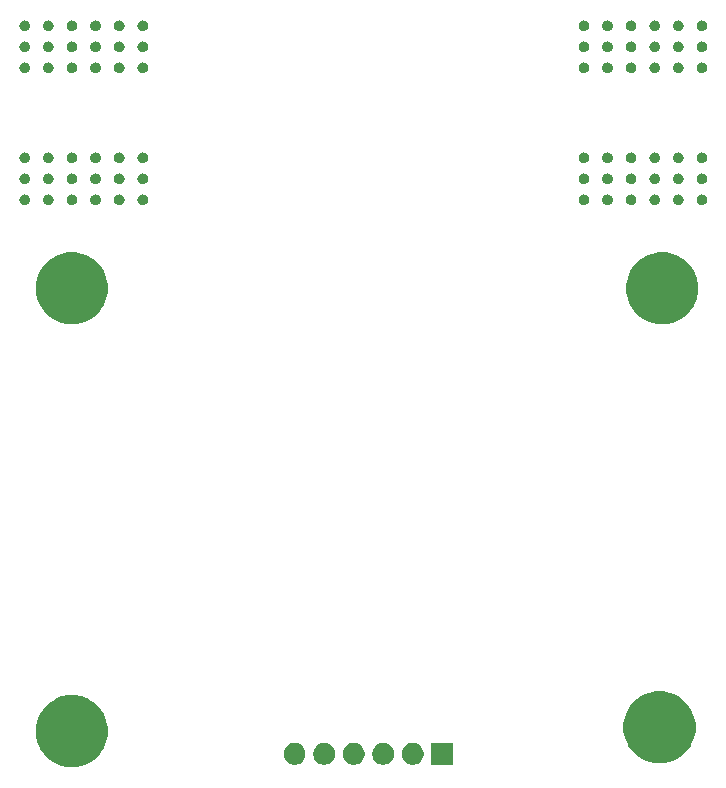
<source format=gbs>
%TF.GenerationSoftware,KiCad,Pcbnew,(5.1.4)-1*%
%TF.CreationDate,2019-12-13T01:47:11+08:00*%
%TF.ProjectId,Directional_coupler,44697265-6374-4696-9f6e-616c5f636f75,rev?*%
%TF.SameCoordinates,Original*%
%TF.FileFunction,Soldermask,Bot*%
%TF.FilePolarity,Negative*%
%FSLAX46Y46*%
G04 Gerber Fmt 4.6, Leading zero omitted, Abs format (unit mm)*
G04 Created by KiCad (PCBNEW (5.1.4)-1) date 2019-12-13 01:47:11*
%MOMM*%
%LPD*%
G04 APERTURE LIST*
%ADD10C,0.350000*%
G04 APERTURE END LIST*
D10*
G36*
X55889943Y-109566248D02*
G01*
X56445189Y-109796238D01*
X56617497Y-109911371D01*
X56944899Y-110130134D01*
X57369866Y-110555101D01*
X57474705Y-110712004D01*
X57703762Y-111054811D01*
X57933752Y-111610057D01*
X58051000Y-112199501D01*
X58051000Y-112800499D01*
X57933752Y-113389943D01*
X57703762Y-113945189D01*
X57674906Y-113988375D01*
X57369866Y-114444899D01*
X56944899Y-114869866D01*
X56881371Y-114912314D01*
X56445189Y-115203762D01*
X55889943Y-115433752D01*
X55300499Y-115551000D01*
X54699501Y-115551000D01*
X54110057Y-115433752D01*
X53554811Y-115203762D01*
X53118629Y-114912314D01*
X53055101Y-114869866D01*
X52630134Y-114444899D01*
X52325094Y-113988375D01*
X52296238Y-113945189D01*
X52066248Y-113389943D01*
X51949000Y-112800499D01*
X51949000Y-112199501D01*
X52066248Y-111610057D01*
X52296238Y-111054811D01*
X52525295Y-110712004D01*
X52630134Y-110555101D01*
X53055101Y-110130134D01*
X53382503Y-109911371D01*
X53554811Y-109796238D01*
X54110057Y-109566248D01*
X54699501Y-109449000D01*
X55300499Y-109449000D01*
X55889943Y-109566248D01*
X55889943Y-109566248D01*
G37*
G36*
X87286000Y-115353000D02*
G01*
X85434000Y-115353000D01*
X85434000Y-113501000D01*
X87286000Y-113501000D01*
X87286000Y-115353000D01*
X87286000Y-115353000D01*
G37*
G36*
X74130104Y-113536585D02*
G01*
X74298626Y-113606389D01*
X74450291Y-113707728D01*
X74579272Y-113836709D01*
X74680611Y-113988374D01*
X74750415Y-114156896D01*
X74786000Y-114335797D01*
X74786000Y-114518203D01*
X74750415Y-114697104D01*
X74680611Y-114865626D01*
X74579272Y-115017291D01*
X74450291Y-115146272D01*
X74298626Y-115247611D01*
X74130104Y-115317415D01*
X73951203Y-115353000D01*
X73768797Y-115353000D01*
X73589896Y-115317415D01*
X73421374Y-115247611D01*
X73269709Y-115146272D01*
X73140728Y-115017291D01*
X73039389Y-114865626D01*
X72969585Y-114697104D01*
X72934000Y-114518203D01*
X72934000Y-114335797D01*
X72969585Y-114156896D01*
X73039389Y-113988374D01*
X73140728Y-113836709D01*
X73269709Y-113707728D01*
X73421374Y-113606389D01*
X73589896Y-113536585D01*
X73768797Y-113501000D01*
X73951203Y-113501000D01*
X74130104Y-113536585D01*
X74130104Y-113536585D01*
G37*
G36*
X76630104Y-113536585D02*
G01*
X76798626Y-113606389D01*
X76950291Y-113707728D01*
X77079272Y-113836709D01*
X77180611Y-113988374D01*
X77250415Y-114156896D01*
X77286000Y-114335797D01*
X77286000Y-114518203D01*
X77250415Y-114697104D01*
X77180611Y-114865626D01*
X77079272Y-115017291D01*
X76950291Y-115146272D01*
X76798626Y-115247611D01*
X76630104Y-115317415D01*
X76451203Y-115353000D01*
X76268797Y-115353000D01*
X76089896Y-115317415D01*
X75921374Y-115247611D01*
X75769709Y-115146272D01*
X75640728Y-115017291D01*
X75539389Y-114865626D01*
X75469585Y-114697104D01*
X75434000Y-114518203D01*
X75434000Y-114335797D01*
X75469585Y-114156896D01*
X75539389Y-113988374D01*
X75640728Y-113836709D01*
X75769709Y-113707728D01*
X75921374Y-113606389D01*
X76089896Y-113536585D01*
X76268797Y-113501000D01*
X76451203Y-113501000D01*
X76630104Y-113536585D01*
X76630104Y-113536585D01*
G37*
G36*
X79130104Y-113536585D02*
G01*
X79298626Y-113606389D01*
X79450291Y-113707728D01*
X79579272Y-113836709D01*
X79680611Y-113988374D01*
X79750415Y-114156896D01*
X79786000Y-114335797D01*
X79786000Y-114518203D01*
X79750415Y-114697104D01*
X79680611Y-114865626D01*
X79579272Y-115017291D01*
X79450291Y-115146272D01*
X79298626Y-115247611D01*
X79130104Y-115317415D01*
X78951203Y-115353000D01*
X78768797Y-115353000D01*
X78589896Y-115317415D01*
X78421374Y-115247611D01*
X78269709Y-115146272D01*
X78140728Y-115017291D01*
X78039389Y-114865626D01*
X77969585Y-114697104D01*
X77934000Y-114518203D01*
X77934000Y-114335797D01*
X77969585Y-114156896D01*
X78039389Y-113988374D01*
X78140728Y-113836709D01*
X78269709Y-113707728D01*
X78421374Y-113606389D01*
X78589896Y-113536585D01*
X78768797Y-113501000D01*
X78951203Y-113501000D01*
X79130104Y-113536585D01*
X79130104Y-113536585D01*
G37*
G36*
X81630104Y-113536585D02*
G01*
X81798626Y-113606389D01*
X81950291Y-113707728D01*
X82079272Y-113836709D01*
X82180611Y-113988374D01*
X82250415Y-114156896D01*
X82286000Y-114335797D01*
X82286000Y-114518203D01*
X82250415Y-114697104D01*
X82180611Y-114865626D01*
X82079272Y-115017291D01*
X81950291Y-115146272D01*
X81798626Y-115247611D01*
X81630104Y-115317415D01*
X81451203Y-115353000D01*
X81268797Y-115353000D01*
X81089896Y-115317415D01*
X80921374Y-115247611D01*
X80769709Y-115146272D01*
X80640728Y-115017291D01*
X80539389Y-114865626D01*
X80469585Y-114697104D01*
X80434000Y-114518203D01*
X80434000Y-114335797D01*
X80469585Y-114156896D01*
X80539389Y-113988374D01*
X80640728Y-113836709D01*
X80769709Y-113707728D01*
X80921374Y-113606389D01*
X81089896Y-113536585D01*
X81268797Y-113501000D01*
X81451203Y-113501000D01*
X81630104Y-113536585D01*
X81630104Y-113536585D01*
G37*
G36*
X84130104Y-113536585D02*
G01*
X84298626Y-113606389D01*
X84450291Y-113707728D01*
X84579272Y-113836709D01*
X84680611Y-113988374D01*
X84750415Y-114156896D01*
X84786000Y-114335797D01*
X84786000Y-114518203D01*
X84750415Y-114697104D01*
X84680611Y-114865626D01*
X84579272Y-115017291D01*
X84450291Y-115146272D01*
X84298626Y-115247611D01*
X84130104Y-115317415D01*
X83951203Y-115353000D01*
X83768797Y-115353000D01*
X83589896Y-115317415D01*
X83421374Y-115247611D01*
X83269709Y-115146272D01*
X83140728Y-115017291D01*
X83039389Y-114865626D01*
X82969585Y-114697104D01*
X82934000Y-114518203D01*
X82934000Y-114335797D01*
X82969585Y-114156896D01*
X83039389Y-113988374D01*
X83140728Y-113836709D01*
X83269709Y-113707728D01*
X83421374Y-113606389D01*
X83589896Y-113536585D01*
X83768797Y-113501000D01*
X83951203Y-113501000D01*
X84130104Y-113536585D01*
X84130104Y-113536585D01*
G37*
G36*
X105647943Y-109253248D02*
G01*
X106203189Y-109483238D01*
X106327422Y-109566248D01*
X106702899Y-109817134D01*
X107127866Y-110242101D01*
X107127867Y-110242103D01*
X107461762Y-110741811D01*
X107691752Y-111297057D01*
X107809000Y-111886501D01*
X107809000Y-112487499D01*
X107691752Y-113076943D01*
X107461762Y-113632189D01*
X107399872Y-113724814D01*
X107127866Y-114131899D01*
X106702899Y-114556866D01*
X106493018Y-114697104D01*
X106203189Y-114890762D01*
X105647943Y-115120752D01*
X105058499Y-115238000D01*
X104457501Y-115238000D01*
X103868057Y-115120752D01*
X103312811Y-114890762D01*
X103022982Y-114697104D01*
X102813101Y-114556866D01*
X102388134Y-114131899D01*
X102116128Y-113724814D01*
X102054238Y-113632189D01*
X101824248Y-113076943D01*
X101707000Y-112487499D01*
X101707000Y-111886501D01*
X101824248Y-111297057D01*
X102054238Y-110741811D01*
X102388133Y-110242103D01*
X102388134Y-110242101D01*
X102813101Y-109817134D01*
X103188578Y-109566248D01*
X103312811Y-109483238D01*
X103868057Y-109253248D01*
X104457501Y-109136000D01*
X105058499Y-109136000D01*
X105647943Y-109253248D01*
X105647943Y-109253248D01*
G37*
G36*
X105889943Y-72066248D02*
G01*
X106445189Y-72296238D01*
X106617497Y-72411371D01*
X106944899Y-72630134D01*
X107369866Y-73055101D01*
X107369867Y-73055103D01*
X107703762Y-73554811D01*
X107933752Y-74110057D01*
X108051000Y-74699501D01*
X108051000Y-75300499D01*
X107933752Y-75889943D01*
X107703762Y-76445189D01*
X107641872Y-76537814D01*
X107369866Y-76944899D01*
X106944899Y-77369866D01*
X106870736Y-77419420D01*
X106445189Y-77703762D01*
X105889943Y-77933752D01*
X105300499Y-78051000D01*
X104699501Y-78051000D01*
X104110057Y-77933752D01*
X103554811Y-77703762D01*
X103129264Y-77419420D01*
X103055101Y-77369866D01*
X102630134Y-76944899D01*
X102358128Y-76537814D01*
X102296238Y-76445189D01*
X102066248Y-75889943D01*
X101949000Y-75300499D01*
X101949000Y-74699501D01*
X102066248Y-74110057D01*
X102296238Y-73554811D01*
X102630133Y-73055103D01*
X102630134Y-73055101D01*
X103055101Y-72630134D01*
X103382503Y-72411371D01*
X103554811Y-72296238D01*
X104110057Y-72066248D01*
X104699501Y-71949000D01*
X105300499Y-71949000D01*
X105889943Y-72066248D01*
X105889943Y-72066248D01*
G37*
G36*
X55889943Y-72066248D02*
G01*
X56445189Y-72296238D01*
X56617497Y-72411371D01*
X56944899Y-72630134D01*
X57369866Y-73055101D01*
X57369867Y-73055103D01*
X57703762Y-73554811D01*
X57933752Y-74110057D01*
X58051000Y-74699501D01*
X58051000Y-75300499D01*
X57933752Y-75889943D01*
X57703762Y-76445189D01*
X57641872Y-76537814D01*
X57369866Y-76944899D01*
X56944899Y-77369866D01*
X56870736Y-77419420D01*
X56445189Y-77703762D01*
X55889943Y-77933752D01*
X55300499Y-78051000D01*
X54699501Y-78051000D01*
X54110057Y-77933752D01*
X53554811Y-77703762D01*
X53129264Y-77419420D01*
X53055101Y-77369866D01*
X52630134Y-76944899D01*
X52358128Y-76537814D01*
X52296238Y-76445189D01*
X52066248Y-75889943D01*
X51949000Y-75300499D01*
X51949000Y-74699501D01*
X52066248Y-74110057D01*
X52296238Y-73554811D01*
X52630133Y-73055103D01*
X52630134Y-73055101D01*
X53055101Y-72630134D01*
X53382503Y-72411371D01*
X53554811Y-72296238D01*
X54110057Y-72066248D01*
X54699501Y-71949000D01*
X55300499Y-71949000D01*
X55889943Y-72066248D01*
X55889943Y-72066248D01*
G37*
G36*
X51144552Y-67077331D02*
G01*
X51226627Y-67111328D01*
X51226629Y-67111329D01*
X51263813Y-67136175D01*
X51300495Y-67160685D01*
X51363315Y-67223505D01*
X51412672Y-67297373D01*
X51446669Y-67379448D01*
X51464000Y-67466579D01*
X51464000Y-67555421D01*
X51446669Y-67642552D01*
X51412672Y-67724627D01*
X51412671Y-67724629D01*
X51363314Y-67798496D01*
X51300496Y-67861314D01*
X51226629Y-67910671D01*
X51226628Y-67910672D01*
X51226627Y-67910672D01*
X51144552Y-67944669D01*
X51057421Y-67962000D01*
X50968579Y-67962000D01*
X50881448Y-67944669D01*
X50799373Y-67910672D01*
X50799372Y-67910672D01*
X50799371Y-67910671D01*
X50725504Y-67861314D01*
X50662686Y-67798496D01*
X50613329Y-67724629D01*
X50613328Y-67724627D01*
X50579331Y-67642552D01*
X50562000Y-67555421D01*
X50562000Y-67466579D01*
X50579331Y-67379448D01*
X50613328Y-67297373D01*
X50662685Y-67223505D01*
X50725505Y-67160685D01*
X50762187Y-67136175D01*
X50799371Y-67111329D01*
X50799373Y-67111328D01*
X50881448Y-67077331D01*
X50968579Y-67060000D01*
X51057421Y-67060000D01*
X51144552Y-67077331D01*
X51144552Y-67077331D01*
G37*
G36*
X108484552Y-67077331D02*
G01*
X108566627Y-67111328D01*
X108566629Y-67111329D01*
X108603813Y-67136175D01*
X108640495Y-67160685D01*
X108703315Y-67223505D01*
X108752672Y-67297373D01*
X108786669Y-67379448D01*
X108804000Y-67466579D01*
X108804000Y-67555421D01*
X108786669Y-67642552D01*
X108752672Y-67724627D01*
X108752671Y-67724629D01*
X108703314Y-67798496D01*
X108640496Y-67861314D01*
X108566629Y-67910671D01*
X108566628Y-67910672D01*
X108566627Y-67910672D01*
X108484552Y-67944669D01*
X108397421Y-67962000D01*
X108308579Y-67962000D01*
X108221448Y-67944669D01*
X108139373Y-67910672D01*
X108139372Y-67910672D01*
X108139371Y-67910671D01*
X108065504Y-67861314D01*
X108002686Y-67798496D01*
X107953329Y-67724629D01*
X107953328Y-67724627D01*
X107919331Y-67642552D01*
X107902000Y-67555421D01*
X107902000Y-67466579D01*
X107919331Y-67379448D01*
X107953328Y-67297373D01*
X108002685Y-67223505D01*
X108065505Y-67160685D01*
X108102187Y-67136175D01*
X108139371Y-67111329D01*
X108139373Y-67111328D01*
X108221448Y-67077331D01*
X108308579Y-67060000D01*
X108397421Y-67060000D01*
X108484552Y-67077331D01*
X108484552Y-67077331D01*
G37*
G36*
X53144552Y-67077331D02*
G01*
X53226627Y-67111328D01*
X53226629Y-67111329D01*
X53263813Y-67136175D01*
X53300495Y-67160685D01*
X53363315Y-67223505D01*
X53412672Y-67297373D01*
X53446669Y-67379448D01*
X53464000Y-67466579D01*
X53464000Y-67555421D01*
X53446669Y-67642552D01*
X53412672Y-67724627D01*
X53412671Y-67724629D01*
X53363314Y-67798496D01*
X53300496Y-67861314D01*
X53226629Y-67910671D01*
X53226628Y-67910672D01*
X53226627Y-67910672D01*
X53144552Y-67944669D01*
X53057421Y-67962000D01*
X52968579Y-67962000D01*
X52881448Y-67944669D01*
X52799373Y-67910672D01*
X52799372Y-67910672D01*
X52799371Y-67910671D01*
X52725504Y-67861314D01*
X52662686Y-67798496D01*
X52613329Y-67724629D01*
X52613328Y-67724627D01*
X52579331Y-67642552D01*
X52562000Y-67555421D01*
X52562000Y-67466579D01*
X52579331Y-67379448D01*
X52613328Y-67297373D01*
X52662685Y-67223505D01*
X52725505Y-67160685D01*
X52762187Y-67136175D01*
X52799371Y-67111329D01*
X52799373Y-67111328D01*
X52881448Y-67077331D01*
X52968579Y-67060000D01*
X53057421Y-67060000D01*
X53144552Y-67077331D01*
X53144552Y-67077331D01*
G37*
G36*
X55144552Y-67077331D02*
G01*
X55226627Y-67111328D01*
X55226629Y-67111329D01*
X55263813Y-67136175D01*
X55300495Y-67160685D01*
X55363315Y-67223505D01*
X55412672Y-67297373D01*
X55446669Y-67379448D01*
X55464000Y-67466579D01*
X55464000Y-67555421D01*
X55446669Y-67642552D01*
X55412672Y-67724627D01*
X55412671Y-67724629D01*
X55363314Y-67798496D01*
X55300496Y-67861314D01*
X55226629Y-67910671D01*
X55226628Y-67910672D01*
X55226627Y-67910672D01*
X55144552Y-67944669D01*
X55057421Y-67962000D01*
X54968579Y-67962000D01*
X54881448Y-67944669D01*
X54799373Y-67910672D01*
X54799372Y-67910672D01*
X54799371Y-67910671D01*
X54725504Y-67861314D01*
X54662686Y-67798496D01*
X54613329Y-67724629D01*
X54613328Y-67724627D01*
X54579331Y-67642552D01*
X54562000Y-67555421D01*
X54562000Y-67466579D01*
X54579331Y-67379448D01*
X54613328Y-67297373D01*
X54662685Y-67223505D01*
X54725505Y-67160685D01*
X54762187Y-67136175D01*
X54799371Y-67111329D01*
X54799373Y-67111328D01*
X54881448Y-67077331D01*
X54968579Y-67060000D01*
X55057421Y-67060000D01*
X55144552Y-67077331D01*
X55144552Y-67077331D01*
G37*
G36*
X57144552Y-67077331D02*
G01*
X57226627Y-67111328D01*
X57226629Y-67111329D01*
X57263813Y-67136175D01*
X57300495Y-67160685D01*
X57363315Y-67223505D01*
X57412672Y-67297373D01*
X57446669Y-67379448D01*
X57464000Y-67466579D01*
X57464000Y-67555421D01*
X57446669Y-67642552D01*
X57412672Y-67724627D01*
X57412671Y-67724629D01*
X57363314Y-67798496D01*
X57300496Y-67861314D01*
X57226629Y-67910671D01*
X57226628Y-67910672D01*
X57226627Y-67910672D01*
X57144552Y-67944669D01*
X57057421Y-67962000D01*
X56968579Y-67962000D01*
X56881448Y-67944669D01*
X56799373Y-67910672D01*
X56799372Y-67910672D01*
X56799371Y-67910671D01*
X56725504Y-67861314D01*
X56662686Y-67798496D01*
X56613329Y-67724629D01*
X56613328Y-67724627D01*
X56579331Y-67642552D01*
X56562000Y-67555421D01*
X56562000Y-67466579D01*
X56579331Y-67379448D01*
X56613328Y-67297373D01*
X56662685Y-67223505D01*
X56725505Y-67160685D01*
X56762187Y-67136175D01*
X56799371Y-67111329D01*
X56799373Y-67111328D01*
X56881448Y-67077331D01*
X56968579Y-67060000D01*
X57057421Y-67060000D01*
X57144552Y-67077331D01*
X57144552Y-67077331D01*
G37*
G36*
X59144552Y-67077331D02*
G01*
X59226627Y-67111328D01*
X59226629Y-67111329D01*
X59263813Y-67136175D01*
X59300495Y-67160685D01*
X59363315Y-67223505D01*
X59412672Y-67297373D01*
X59446669Y-67379448D01*
X59464000Y-67466579D01*
X59464000Y-67555421D01*
X59446669Y-67642552D01*
X59412672Y-67724627D01*
X59412671Y-67724629D01*
X59363314Y-67798496D01*
X59300496Y-67861314D01*
X59226629Y-67910671D01*
X59226628Y-67910672D01*
X59226627Y-67910672D01*
X59144552Y-67944669D01*
X59057421Y-67962000D01*
X58968579Y-67962000D01*
X58881448Y-67944669D01*
X58799373Y-67910672D01*
X58799372Y-67910672D01*
X58799371Y-67910671D01*
X58725504Y-67861314D01*
X58662686Y-67798496D01*
X58613329Y-67724629D01*
X58613328Y-67724627D01*
X58579331Y-67642552D01*
X58562000Y-67555421D01*
X58562000Y-67466579D01*
X58579331Y-67379448D01*
X58613328Y-67297373D01*
X58662685Y-67223505D01*
X58725505Y-67160685D01*
X58762187Y-67136175D01*
X58799371Y-67111329D01*
X58799373Y-67111328D01*
X58881448Y-67077331D01*
X58968579Y-67060000D01*
X59057421Y-67060000D01*
X59144552Y-67077331D01*
X59144552Y-67077331D01*
G37*
G36*
X98484552Y-67077331D02*
G01*
X98566627Y-67111328D01*
X98566629Y-67111329D01*
X98603813Y-67136175D01*
X98640495Y-67160685D01*
X98703315Y-67223505D01*
X98752672Y-67297373D01*
X98786669Y-67379448D01*
X98804000Y-67466579D01*
X98804000Y-67555421D01*
X98786669Y-67642552D01*
X98752672Y-67724627D01*
X98752671Y-67724629D01*
X98703314Y-67798496D01*
X98640496Y-67861314D01*
X98566629Y-67910671D01*
X98566628Y-67910672D01*
X98566627Y-67910672D01*
X98484552Y-67944669D01*
X98397421Y-67962000D01*
X98308579Y-67962000D01*
X98221448Y-67944669D01*
X98139373Y-67910672D01*
X98139372Y-67910672D01*
X98139371Y-67910671D01*
X98065504Y-67861314D01*
X98002686Y-67798496D01*
X97953329Y-67724629D01*
X97953328Y-67724627D01*
X97919331Y-67642552D01*
X97902000Y-67555421D01*
X97902000Y-67466579D01*
X97919331Y-67379448D01*
X97953328Y-67297373D01*
X98002685Y-67223505D01*
X98065505Y-67160685D01*
X98102187Y-67136175D01*
X98139371Y-67111329D01*
X98139373Y-67111328D01*
X98221448Y-67077331D01*
X98308579Y-67060000D01*
X98397421Y-67060000D01*
X98484552Y-67077331D01*
X98484552Y-67077331D01*
G37*
G36*
X100484552Y-67077331D02*
G01*
X100566627Y-67111328D01*
X100566629Y-67111329D01*
X100603813Y-67136175D01*
X100640495Y-67160685D01*
X100703315Y-67223505D01*
X100752672Y-67297373D01*
X100786669Y-67379448D01*
X100804000Y-67466579D01*
X100804000Y-67555421D01*
X100786669Y-67642552D01*
X100752672Y-67724627D01*
X100752671Y-67724629D01*
X100703314Y-67798496D01*
X100640496Y-67861314D01*
X100566629Y-67910671D01*
X100566628Y-67910672D01*
X100566627Y-67910672D01*
X100484552Y-67944669D01*
X100397421Y-67962000D01*
X100308579Y-67962000D01*
X100221448Y-67944669D01*
X100139373Y-67910672D01*
X100139372Y-67910672D01*
X100139371Y-67910671D01*
X100065504Y-67861314D01*
X100002686Y-67798496D01*
X99953329Y-67724629D01*
X99953328Y-67724627D01*
X99919331Y-67642552D01*
X99902000Y-67555421D01*
X99902000Y-67466579D01*
X99919331Y-67379448D01*
X99953328Y-67297373D01*
X100002685Y-67223505D01*
X100065505Y-67160685D01*
X100102187Y-67136175D01*
X100139371Y-67111329D01*
X100139373Y-67111328D01*
X100221448Y-67077331D01*
X100308579Y-67060000D01*
X100397421Y-67060000D01*
X100484552Y-67077331D01*
X100484552Y-67077331D01*
G37*
G36*
X106484552Y-67077331D02*
G01*
X106566627Y-67111328D01*
X106566629Y-67111329D01*
X106603813Y-67136175D01*
X106640495Y-67160685D01*
X106703315Y-67223505D01*
X106752672Y-67297373D01*
X106786669Y-67379448D01*
X106804000Y-67466579D01*
X106804000Y-67555421D01*
X106786669Y-67642552D01*
X106752672Y-67724627D01*
X106752671Y-67724629D01*
X106703314Y-67798496D01*
X106640496Y-67861314D01*
X106566629Y-67910671D01*
X106566628Y-67910672D01*
X106566627Y-67910672D01*
X106484552Y-67944669D01*
X106397421Y-67962000D01*
X106308579Y-67962000D01*
X106221448Y-67944669D01*
X106139373Y-67910672D01*
X106139372Y-67910672D01*
X106139371Y-67910671D01*
X106065504Y-67861314D01*
X106002686Y-67798496D01*
X105953329Y-67724629D01*
X105953328Y-67724627D01*
X105919331Y-67642552D01*
X105902000Y-67555421D01*
X105902000Y-67466579D01*
X105919331Y-67379448D01*
X105953328Y-67297373D01*
X106002685Y-67223505D01*
X106065505Y-67160685D01*
X106102187Y-67136175D01*
X106139371Y-67111329D01*
X106139373Y-67111328D01*
X106221448Y-67077331D01*
X106308579Y-67060000D01*
X106397421Y-67060000D01*
X106484552Y-67077331D01*
X106484552Y-67077331D01*
G37*
G36*
X104484552Y-67077331D02*
G01*
X104566627Y-67111328D01*
X104566629Y-67111329D01*
X104603813Y-67136175D01*
X104640495Y-67160685D01*
X104703315Y-67223505D01*
X104752672Y-67297373D01*
X104786669Y-67379448D01*
X104804000Y-67466579D01*
X104804000Y-67555421D01*
X104786669Y-67642552D01*
X104752672Y-67724627D01*
X104752671Y-67724629D01*
X104703314Y-67798496D01*
X104640496Y-67861314D01*
X104566629Y-67910671D01*
X104566628Y-67910672D01*
X104566627Y-67910672D01*
X104484552Y-67944669D01*
X104397421Y-67962000D01*
X104308579Y-67962000D01*
X104221448Y-67944669D01*
X104139373Y-67910672D01*
X104139372Y-67910672D01*
X104139371Y-67910671D01*
X104065504Y-67861314D01*
X104002686Y-67798496D01*
X103953329Y-67724629D01*
X103953328Y-67724627D01*
X103919331Y-67642552D01*
X103902000Y-67555421D01*
X103902000Y-67466579D01*
X103919331Y-67379448D01*
X103953328Y-67297373D01*
X104002685Y-67223505D01*
X104065505Y-67160685D01*
X104102187Y-67136175D01*
X104139371Y-67111329D01*
X104139373Y-67111328D01*
X104221448Y-67077331D01*
X104308579Y-67060000D01*
X104397421Y-67060000D01*
X104484552Y-67077331D01*
X104484552Y-67077331D01*
G37*
G36*
X102484552Y-67077331D02*
G01*
X102566627Y-67111328D01*
X102566629Y-67111329D01*
X102603813Y-67136175D01*
X102640495Y-67160685D01*
X102703315Y-67223505D01*
X102752672Y-67297373D01*
X102786669Y-67379448D01*
X102804000Y-67466579D01*
X102804000Y-67555421D01*
X102786669Y-67642552D01*
X102752672Y-67724627D01*
X102752671Y-67724629D01*
X102703314Y-67798496D01*
X102640496Y-67861314D01*
X102566629Y-67910671D01*
X102566628Y-67910672D01*
X102566627Y-67910672D01*
X102484552Y-67944669D01*
X102397421Y-67962000D01*
X102308579Y-67962000D01*
X102221448Y-67944669D01*
X102139373Y-67910672D01*
X102139372Y-67910672D01*
X102139371Y-67910671D01*
X102065504Y-67861314D01*
X102002686Y-67798496D01*
X101953329Y-67724629D01*
X101953328Y-67724627D01*
X101919331Y-67642552D01*
X101902000Y-67555421D01*
X101902000Y-67466579D01*
X101919331Y-67379448D01*
X101953328Y-67297373D01*
X102002685Y-67223505D01*
X102065505Y-67160685D01*
X102102187Y-67136175D01*
X102139371Y-67111329D01*
X102139373Y-67111328D01*
X102221448Y-67077331D01*
X102308579Y-67060000D01*
X102397421Y-67060000D01*
X102484552Y-67077331D01*
X102484552Y-67077331D01*
G37*
G36*
X61144552Y-67077331D02*
G01*
X61226627Y-67111328D01*
X61226629Y-67111329D01*
X61263813Y-67136175D01*
X61300495Y-67160685D01*
X61363315Y-67223505D01*
X61412672Y-67297373D01*
X61446669Y-67379448D01*
X61464000Y-67466579D01*
X61464000Y-67555421D01*
X61446669Y-67642552D01*
X61412672Y-67724627D01*
X61412671Y-67724629D01*
X61363314Y-67798496D01*
X61300496Y-67861314D01*
X61226629Y-67910671D01*
X61226628Y-67910672D01*
X61226627Y-67910672D01*
X61144552Y-67944669D01*
X61057421Y-67962000D01*
X60968579Y-67962000D01*
X60881448Y-67944669D01*
X60799373Y-67910672D01*
X60799372Y-67910672D01*
X60799371Y-67910671D01*
X60725504Y-67861314D01*
X60662686Y-67798496D01*
X60613329Y-67724629D01*
X60613328Y-67724627D01*
X60579331Y-67642552D01*
X60562000Y-67555421D01*
X60562000Y-67466579D01*
X60579331Y-67379448D01*
X60613328Y-67297373D01*
X60662685Y-67223505D01*
X60725505Y-67160685D01*
X60762187Y-67136175D01*
X60799371Y-67111329D01*
X60799373Y-67111328D01*
X60881448Y-67077331D01*
X60968579Y-67060000D01*
X61057421Y-67060000D01*
X61144552Y-67077331D01*
X61144552Y-67077331D01*
G37*
G36*
X106484552Y-65299331D02*
G01*
X106566627Y-65333328D01*
X106566629Y-65333329D01*
X106603813Y-65358175D01*
X106640495Y-65382685D01*
X106703315Y-65445505D01*
X106752672Y-65519373D01*
X106786669Y-65601448D01*
X106804000Y-65688579D01*
X106804000Y-65777421D01*
X106786669Y-65864552D01*
X106752672Y-65946627D01*
X106752671Y-65946629D01*
X106703314Y-66020496D01*
X106640496Y-66083314D01*
X106566629Y-66132671D01*
X106566628Y-66132672D01*
X106566627Y-66132672D01*
X106484552Y-66166669D01*
X106397421Y-66184000D01*
X106308579Y-66184000D01*
X106221448Y-66166669D01*
X106139373Y-66132672D01*
X106139372Y-66132672D01*
X106139371Y-66132671D01*
X106065504Y-66083314D01*
X106002686Y-66020496D01*
X105953329Y-65946629D01*
X105953328Y-65946627D01*
X105919331Y-65864552D01*
X105902000Y-65777421D01*
X105902000Y-65688579D01*
X105919331Y-65601448D01*
X105953328Y-65519373D01*
X106002685Y-65445505D01*
X106065505Y-65382685D01*
X106102187Y-65358175D01*
X106139371Y-65333329D01*
X106139373Y-65333328D01*
X106221448Y-65299331D01*
X106308579Y-65282000D01*
X106397421Y-65282000D01*
X106484552Y-65299331D01*
X106484552Y-65299331D01*
G37*
G36*
X98484552Y-65299331D02*
G01*
X98566627Y-65333328D01*
X98566629Y-65333329D01*
X98603813Y-65358175D01*
X98640495Y-65382685D01*
X98703315Y-65445505D01*
X98752672Y-65519373D01*
X98786669Y-65601448D01*
X98804000Y-65688579D01*
X98804000Y-65777421D01*
X98786669Y-65864552D01*
X98752672Y-65946627D01*
X98752671Y-65946629D01*
X98703314Y-66020496D01*
X98640496Y-66083314D01*
X98566629Y-66132671D01*
X98566628Y-66132672D01*
X98566627Y-66132672D01*
X98484552Y-66166669D01*
X98397421Y-66184000D01*
X98308579Y-66184000D01*
X98221448Y-66166669D01*
X98139373Y-66132672D01*
X98139372Y-66132672D01*
X98139371Y-66132671D01*
X98065504Y-66083314D01*
X98002686Y-66020496D01*
X97953329Y-65946629D01*
X97953328Y-65946627D01*
X97919331Y-65864552D01*
X97902000Y-65777421D01*
X97902000Y-65688579D01*
X97919331Y-65601448D01*
X97953328Y-65519373D01*
X98002685Y-65445505D01*
X98065505Y-65382685D01*
X98102187Y-65358175D01*
X98139371Y-65333329D01*
X98139373Y-65333328D01*
X98221448Y-65299331D01*
X98308579Y-65282000D01*
X98397421Y-65282000D01*
X98484552Y-65299331D01*
X98484552Y-65299331D01*
G37*
G36*
X61144552Y-65299331D02*
G01*
X61226627Y-65333328D01*
X61226629Y-65333329D01*
X61263813Y-65358175D01*
X61300495Y-65382685D01*
X61363315Y-65445505D01*
X61412672Y-65519373D01*
X61446669Y-65601448D01*
X61464000Y-65688579D01*
X61464000Y-65777421D01*
X61446669Y-65864552D01*
X61412672Y-65946627D01*
X61412671Y-65946629D01*
X61363314Y-66020496D01*
X61300496Y-66083314D01*
X61226629Y-66132671D01*
X61226628Y-66132672D01*
X61226627Y-66132672D01*
X61144552Y-66166669D01*
X61057421Y-66184000D01*
X60968579Y-66184000D01*
X60881448Y-66166669D01*
X60799373Y-66132672D01*
X60799372Y-66132672D01*
X60799371Y-66132671D01*
X60725504Y-66083314D01*
X60662686Y-66020496D01*
X60613329Y-65946629D01*
X60613328Y-65946627D01*
X60579331Y-65864552D01*
X60562000Y-65777421D01*
X60562000Y-65688579D01*
X60579331Y-65601448D01*
X60613328Y-65519373D01*
X60662685Y-65445505D01*
X60725505Y-65382685D01*
X60762187Y-65358175D01*
X60799371Y-65333329D01*
X60799373Y-65333328D01*
X60881448Y-65299331D01*
X60968579Y-65282000D01*
X61057421Y-65282000D01*
X61144552Y-65299331D01*
X61144552Y-65299331D01*
G37*
G36*
X59144552Y-65299331D02*
G01*
X59226627Y-65333328D01*
X59226629Y-65333329D01*
X59263813Y-65358175D01*
X59300495Y-65382685D01*
X59363315Y-65445505D01*
X59412672Y-65519373D01*
X59446669Y-65601448D01*
X59464000Y-65688579D01*
X59464000Y-65777421D01*
X59446669Y-65864552D01*
X59412672Y-65946627D01*
X59412671Y-65946629D01*
X59363314Y-66020496D01*
X59300496Y-66083314D01*
X59226629Y-66132671D01*
X59226628Y-66132672D01*
X59226627Y-66132672D01*
X59144552Y-66166669D01*
X59057421Y-66184000D01*
X58968579Y-66184000D01*
X58881448Y-66166669D01*
X58799373Y-66132672D01*
X58799372Y-66132672D01*
X58799371Y-66132671D01*
X58725504Y-66083314D01*
X58662686Y-66020496D01*
X58613329Y-65946629D01*
X58613328Y-65946627D01*
X58579331Y-65864552D01*
X58562000Y-65777421D01*
X58562000Y-65688579D01*
X58579331Y-65601448D01*
X58613328Y-65519373D01*
X58662685Y-65445505D01*
X58725505Y-65382685D01*
X58762187Y-65358175D01*
X58799371Y-65333329D01*
X58799373Y-65333328D01*
X58881448Y-65299331D01*
X58968579Y-65282000D01*
X59057421Y-65282000D01*
X59144552Y-65299331D01*
X59144552Y-65299331D01*
G37*
G36*
X57144552Y-65299331D02*
G01*
X57226627Y-65333328D01*
X57226629Y-65333329D01*
X57263813Y-65358175D01*
X57300495Y-65382685D01*
X57363315Y-65445505D01*
X57412672Y-65519373D01*
X57446669Y-65601448D01*
X57464000Y-65688579D01*
X57464000Y-65777421D01*
X57446669Y-65864552D01*
X57412672Y-65946627D01*
X57412671Y-65946629D01*
X57363314Y-66020496D01*
X57300496Y-66083314D01*
X57226629Y-66132671D01*
X57226628Y-66132672D01*
X57226627Y-66132672D01*
X57144552Y-66166669D01*
X57057421Y-66184000D01*
X56968579Y-66184000D01*
X56881448Y-66166669D01*
X56799373Y-66132672D01*
X56799372Y-66132672D01*
X56799371Y-66132671D01*
X56725504Y-66083314D01*
X56662686Y-66020496D01*
X56613329Y-65946629D01*
X56613328Y-65946627D01*
X56579331Y-65864552D01*
X56562000Y-65777421D01*
X56562000Y-65688579D01*
X56579331Y-65601448D01*
X56613328Y-65519373D01*
X56662685Y-65445505D01*
X56725505Y-65382685D01*
X56762187Y-65358175D01*
X56799371Y-65333329D01*
X56799373Y-65333328D01*
X56881448Y-65299331D01*
X56968579Y-65282000D01*
X57057421Y-65282000D01*
X57144552Y-65299331D01*
X57144552Y-65299331D01*
G37*
G36*
X108484552Y-65299331D02*
G01*
X108566627Y-65333328D01*
X108566629Y-65333329D01*
X108603813Y-65358175D01*
X108640495Y-65382685D01*
X108703315Y-65445505D01*
X108752672Y-65519373D01*
X108786669Y-65601448D01*
X108804000Y-65688579D01*
X108804000Y-65777421D01*
X108786669Y-65864552D01*
X108752672Y-65946627D01*
X108752671Y-65946629D01*
X108703314Y-66020496D01*
X108640496Y-66083314D01*
X108566629Y-66132671D01*
X108566628Y-66132672D01*
X108566627Y-66132672D01*
X108484552Y-66166669D01*
X108397421Y-66184000D01*
X108308579Y-66184000D01*
X108221448Y-66166669D01*
X108139373Y-66132672D01*
X108139372Y-66132672D01*
X108139371Y-66132671D01*
X108065504Y-66083314D01*
X108002686Y-66020496D01*
X107953329Y-65946629D01*
X107953328Y-65946627D01*
X107919331Y-65864552D01*
X107902000Y-65777421D01*
X107902000Y-65688579D01*
X107919331Y-65601448D01*
X107953328Y-65519373D01*
X108002685Y-65445505D01*
X108065505Y-65382685D01*
X108102187Y-65358175D01*
X108139371Y-65333329D01*
X108139373Y-65333328D01*
X108221448Y-65299331D01*
X108308579Y-65282000D01*
X108397421Y-65282000D01*
X108484552Y-65299331D01*
X108484552Y-65299331D01*
G37*
G36*
X104484552Y-65299331D02*
G01*
X104566627Y-65333328D01*
X104566629Y-65333329D01*
X104603813Y-65358175D01*
X104640495Y-65382685D01*
X104703315Y-65445505D01*
X104752672Y-65519373D01*
X104786669Y-65601448D01*
X104804000Y-65688579D01*
X104804000Y-65777421D01*
X104786669Y-65864552D01*
X104752672Y-65946627D01*
X104752671Y-65946629D01*
X104703314Y-66020496D01*
X104640496Y-66083314D01*
X104566629Y-66132671D01*
X104566628Y-66132672D01*
X104566627Y-66132672D01*
X104484552Y-66166669D01*
X104397421Y-66184000D01*
X104308579Y-66184000D01*
X104221448Y-66166669D01*
X104139373Y-66132672D01*
X104139372Y-66132672D01*
X104139371Y-66132671D01*
X104065504Y-66083314D01*
X104002686Y-66020496D01*
X103953329Y-65946629D01*
X103953328Y-65946627D01*
X103919331Y-65864552D01*
X103902000Y-65777421D01*
X103902000Y-65688579D01*
X103919331Y-65601448D01*
X103953328Y-65519373D01*
X104002685Y-65445505D01*
X104065505Y-65382685D01*
X104102187Y-65358175D01*
X104139371Y-65333329D01*
X104139373Y-65333328D01*
X104221448Y-65299331D01*
X104308579Y-65282000D01*
X104397421Y-65282000D01*
X104484552Y-65299331D01*
X104484552Y-65299331D01*
G37*
G36*
X102484552Y-65299331D02*
G01*
X102566627Y-65333328D01*
X102566629Y-65333329D01*
X102603813Y-65358175D01*
X102640495Y-65382685D01*
X102703315Y-65445505D01*
X102752672Y-65519373D01*
X102786669Y-65601448D01*
X102804000Y-65688579D01*
X102804000Y-65777421D01*
X102786669Y-65864552D01*
X102752672Y-65946627D01*
X102752671Y-65946629D01*
X102703314Y-66020496D01*
X102640496Y-66083314D01*
X102566629Y-66132671D01*
X102566628Y-66132672D01*
X102566627Y-66132672D01*
X102484552Y-66166669D01*
X102397421Y-66184000D01*
X102308579Y-66184000D01*
X102221448Y-66166669D01*
X102139373Y-66132672D01*
X102139372Y-66132672D01*
X102139371Y-66132671D01*
X102065504Y-66083314D01*
X102002686Y-66020496D01*
X101953329Y-65946629D01*
X101953328Y-65946627D01*
X101919331Y-65864552D01*
X101902000Y-65777421D01*
X101902000Y-65688579D01*
X101919331Y-65601448D01*
X101953328Y-65519373D01*
X102002685Y-65445505D01*
X102065505Y-65382685D01*
X102102187Y-65358175D01*
X102139371Y-65333329D01*
X102139373Y-65333328D01*
X102221448Y-65299331D01*
X102308579Y-65282000D01*
X102397421Y-65282000D01*
X102484552Y-65299331D01*
X102484552Y-65299331D01*
G37*
G36*
X100484552Y-65299331D02*
G01*
X100566627Y-65333328D01*
X100566629Y-65333329D01*
X100603813Y-65358175D01*
X100640495Y-65382685D01*
X100703315Y-65445505D01*
X100752672Y-65519373D01*
X100786669Y-65601448D01*
X100804000Y-65688579D01*
X100804000Y-65777421D01*
X100786669Y-65864552D01*
X100752672Y-65946627D01*
X100752671Y-65946629D01*
X100703314Y-66020496D01*
X100640496Y-66083314D01*
X100566629Y-66132671D01*
X100566628Y-66132672D01*
X100566627Y-66132672D01*
X100484552Y-66166669D01*
X100397421Y-66184000D01*
X100308579Y-66184000D01*
X100221448Y-66166669D01*
X100139373Y-66132672D01*
X100139372Y-66132672D01*
X100139371Y-66132671D01*
X100065504Y-66083314D01*
X100002686Y-66020496D01*
X99953329Y-65946629D01*
X99953328Y-65946627D01*
X99919331Y-65864552D01*
X99902000Y-65777421D01*
X99902000Y-65688579D01*
X99919331Y-65601448D01*
X99953328Y-65519373D01*
X100002685Y-65445505D01*
X100065505Y-65382685D01*
X100102187Y-65358175D01*
X100139371Y-65333329D01*
X100139373Y-65333328D01*
X100221448Y-65299331D01*
X100308579Y-65282000D01*
X100397421Y-65282000D01*
X100484552Y-65299331D01*
X100484552Y-65299331D01*
G37*
G36*
X55144552Y-65299331D02*
G01*
X55226627Y-65333328D01*
X55226629Y-65333329D01*
X55263813Y-65358175D01*
X55300495Y-65382685D01*
X55363315Y-65445505D01*
X55412672Y-65519373D01*
X55446669Y-65601448D01*
X55464000Y-65688579D01*
X55464000Y-65777421D01*
X55446669Y-65864552D01*
X55412672Y-65946627D01*
X55412671Y-65946629D01*
X55363314Y-66020496D01*
X55300496Y-66083314D01*
X55226629Y-66132671D01*
X55226628Y-66132672D01*
X55226627Y-66132672D01*
X55144552Y-66166669D01*
X55057421Y-66184000D01*
X54968579Y-66184000D01*
X54881448Y-66166669D01*
X54799373Y-66132672D01*
X54799372Y-66132672D01*
X54799371Y-66132671D01*
X54725504Y-66083314D01*
X54662686Y-66020496D01*
X54613329Y-65946629D01*
X54613328Y-65946627D01*
X54579331Y-65864552D01*
X54562000Y-65777421D01*
X54562000Y-65688579D01*
X54579331Y-65601448D01*
X54613328Y-65519373D01*
X54662685Y-65445505D01*
X54725505Y-65382685D01*
X54762187Y-65358175D01*
X54799371Y-65333329D01*
X54799373Y-65333328D01*
X54881448Y-65299331D01*
X54968579Y-65282000D01*
X55057421Y-65282000D01*
X55144552Y-65299331D01*
X55144552Y-65299331D01*
G37*
G36*
X53144552Y-65299331D02*
G01*
X53226627Y-65333328D01*
X53226629Y-65333329D01*
X53263813Y-65358175D01*
X53300495Y-65382685D01*
X53363315Y-65445505D01*
X53412672Y-65519373D01*
X53446669Y-65601448D01*
X53464000Y-65688579D01*
X53464000Y-65777421D01*
X53446669Y-65864552D01*
X53412672Y-65946627D01*
X53412671Y-65946629D01*
X53363314Y-66020496D01*
X53300496Y-66083314D01*
X53226629Y-66132671D01*
X53226628Y-66132672D01*
X53226627Y-66132672D01*
X53144552Y-66166669D01*
X53057421Y-66184000D01*
X52968579Y-66184000D01*
X52881448Y-66166669D01*
X52799373Y-66132672D01*
X52799372Y-66132672D01*
X52799371Y-66132671D01*
X52725504Y-66083314D01*
X52662686Y-66020496D01*
X52613329Y-65946629D01*
X52613328Y-65946627D01*
X52579331Y-65864552D01*
X52562000Y-65777421D01*
X52562000Y-65688579D01*
X52579331Y-65601448D01*
X52613328Y-65519373D01*
X52662685Y-65445505D01*
X52725505Y-65382685D01*
X52762187Y-65358175D01*
X52799371Y-65333329D01*
X52799373Y-65333328D01*
X52881448Y-65299331D01*
X52968579Y-65282000D01*
X53057421Y-65282000D01*
X53144552Y-65299331D01*
X53144552Y-65299331D01*
G37*
G36*
X51144552Y-65299331D02*
G01*
X51226627Y-65333328D01*
X51226629Y-65333329D01*
X51263813Y-65358175D01*
X51300495Y-65382685D01*
X51363315Y-65445505D01*
X51412672Y-65519373D01*
X51446669Y-65601448D01*
X51464000Y-65688579D01*
X51464000Y-65777421D01*
X51446669Y-65864552D01*
X51412672Y-65946627D01*
X51412671Y-65946629D01*
X51363314Y-66020496D01*
X51300496Y-66083314D01*
X51226629Y-66132671D01*
X51226628Y-66132672D01*
X51226627Y-66132672D01*
X51144552Y-66166669D01*
X51057421Y-66184000D01*
X50968579Y-66184000D01*
X50881448Y-66166669D01*
X50799373Y-66132672D01*
X50799372Y-66132672D01*
X50799371Y-66132671D01*
X50725504Y-66083314D01*
X50662686Y-66020496D01*
X50613329Y-65946629D01*
X50613328Y-65946627D01*
X50579331Y-65864552D01*
X50562000Y-65777421D01*
X50562000Y-65688579D01*
X50579331Y-65601448D01*
X50613328Y-65519373D01*
X50662685Y-65445505D01*
X50725505Y-65382685D01*
X50762187Y-65358175D01*
X50799371Y-65333329D01*
X50799373Y-65333328D01*
X50881448Y-65299331D01*
X50968579Y-65282000D01*
X51057421Y-65282000D01*
X51144552Y-65299331D01*
X51144552Y-65299331D01*
G37*
G36*
X106484552Y-63521331D02*
G01*
X106566627Y-63555328D01*
X106566629Y-63555329D01*
X106603813Y-63580175D01*
X106640495Y-63604685D01*
X106703315Y-63667505D01*
X106752672Y-63741373D01*
X106786669Y-63823448D01*
X106804000Y-63910579D01*
X106804000Y-63999421D01*
X106786669Y-64086552D01*
X106752672Y-64168627D01*
X106752671Y-64168629D01*
X106703314Y-64242496D01*
X106640496Y-64305314D01*
X106566629Y-64354671D01*
X106566628Y-64354672D01*
X106566627Y-64354672D01*
X106484552Y-64388669D01*
X106397421Y-64406000D01*
X106308579Y-64406000D01*
X106221448Y-64388669D01*
X106139373Y-64354672D01*
X106139372Y-64354672D01*
X106139371Y-64354671D01*
X106065504Y-64305314D01*
X106002686Y-64242496D01*
X105953329Y-64168629D01*
X105953328Y-64168627D01*
X105919331Y-64086552D01*
X105902000Y-63999421D01*
X105902000Y-63910579D01*
X105919331Y-63823448D01*
X105953328Y-63741373D01*
X106002685Y-63667505D01*
X106065505Y-63604685D01*
X106102187Y-63580175D01*
X106139371Y-63555329D01*
X106139373Y-63555328D01*
X106221448Y-63521331D01*
X106308579Y-63504000D01*
X106397421Y-63504000D01*
X106484552Y-63521331D01*
X106484552Y-63521331D01*
G37*
G36*
X51144552Y-63521331D02*
G01*
X51226627Y-63555328D01*
X51226629Y-63555329D01*
X51263813Y-63580175D01*
X51300495Y-63604685D01*
X51363315Y-63667505D01*
X51412672Y-63741373D01*
X51446669Y-63823448D01*
X51464000Y-63910579D01*
X51464000Y-63999421D01*
X51446669Y-64086552D01*
X51412672Y-64168627D01*
X51412671Y-64168629D01*
X51363314Y-64242496D01*
X51300496Y-64305314D01*
X51226629Y-64354671D01*
X51226628Y-64354672D01*
X51226627Y-64354672D01*
X51144552Y-64388669D01*
X51057421Y-64406000D01*
X50968579Y-64406000D01*
X50881448Y-64388669D01*
X50799373Y-64354672D01*
X50799372Y-64354672D01*
X50799371Y-64354671D01*
X50725504Y-64305314D01*
X50662686Y-64242496D01*
X50613329Y-64168629D01*
X50613328Y-64168627D01*
X50579331Y-64086552D01*
X50562000Y-63999421D01*
X50562000Y-63910579D01*
X50579331Y-63823448D01*
X50613328Y-63741373D01*
X50662685Y-63667505D01*
X50725505Y-63604685D01*
X50762187Y-63580175D01*
X50799371Y-63555329D01*
X50799373Y-63555328D01*
X50881448Y-63521331D01*
X50968579Y-63504000D01*
X51057421Y-63504000D01*
X51144552Y-63521331D01*
X51144552Y-63521331D01*
G37*
G36*
X53144552Y-63521331D02*
G01*
X53226627Y-63555328D01*
X53226629Y-63555329D01*
X53263813Y-63580175D01*
X53300495Y-63604685D01*
X53363315Y-63667505D01*
X53412672Y-63741373D01*
X53446669Y-63823448D01*
X53464000Y-63910579D01*
X53464000Y-63999421D01*
X53446669Y-64086552D01*
X53412672Y-64168627D01*
X53412671Y-64168629D01*
X53363314Y-64242496D01*
X53300496Y-64305314D01*
X53226629Y-64354671D01*
X53226628Y-64354672D01*
X53226627Y-64354672D01*
X53144552Y-64388669D01*
X53057421Y-64406000D01*
X52968579Y-64406000D01*
X52881448Y-64388669D01*
X52799373Y-64354672D01*
X52799372Y-64354672D01*
X52799371Y-64354671D01*
X52725504Y-64305314D01*
X52662686Y-64242496D01*
X52613329Y-64168629D01*
X52613328Y-64168627D01*
X52579331Y-64086552D01*
X52562000Y-63999421D01*
X52562000Y-63910579D01*
X52579331Y-63823448D01*
X52613328Y-63741373D01*
X52662685Y-63667505D01*
X52725505Y-63604685D01*
X52762187Y-63580175D01*
X52799371Y-63555329D01*
X52799373Y-63555328D01*
X52881448Y-63521331D01*
X52968579Y-63504000D01*
X53057421Y-63504000D01*
X53144552Y-63521331D01*
X53144552Y-63521331D01*
G37*
G36*
X55144552Y-63521331D02*
G01*
X55226627Y-63555328D01*
X55226629Y-63555329D01*
X55263813Y-63580175D01*
X55300495Y-63604685D01*
X55363315Y-63667505D01*
X55412672Y-63741373D01*
X55446669Y-63823448D01*
X55464000Y-63910579D01*
X55464000Y-63999421D01*
X55446669Y-64086552D01*
X55412672Y-64168627D01*
X55412671Y-64168629D01*
X55363314Y-64242496D01*
X55300496Y-64305314D01*
X55226629Y-64354671D01*
X55226628Y-64354672D01*
X55226627Y-64354672D01*
X55144552Y-64388669D01*
X55057421Y-64406000D01*
X54968579Y-64406000D01*
X54881448Y-64388669D01*
X54799373Y-64354672D01*
X54799372Y-64354672D01*
X54799371Y-64354671D01*
X54725504Y-64305314D01*
X54662686Y-64242496D01*
X54613329Y-64168629D01*
X54613328Y-64168627D01*
X54579331Y-64086552D01*
X54562000Y-63999421D01*
X54562000Y-63910579D01*
X54579331Y-63823448D01*
X54613328Y-63741373D01*
X54662685Y-63667505D01*
X54725505Y-63604685D01*
X54762187Y-63580175D01*
X54799371Y-63555329D01*
X54799373Y-63555328D01*
X54881448Y-63521331D01*
X54968579Y-63504000D01*
X55057421Y-63504000D01*
X55144552Y-63521331D01*
X55144552Y-63521331D01*
G37*
G36*
X57144552Y-63521331D02*
G01*
X57226627Y-63555328D01*
X57226629Y-63555329D01*
X57263813Y-63580175D01*
X57300495Y-63604685D01*
X57363315Y-63667505D01*
X57412672Y-63741373D01*
X57446669Y-63823448D01*
X57464000Y-63910579D01*
X57464000Y-63999421D01*
X57446669Y-64086552D01*
X57412672Y-64168627D01*
X57412671Y-64168629D01*
X57363314Y-64242496D01*
X57300496Y-64305314D01*
X57226629Y-64354671D01*
X57226628Y-64354672D01*
X57226627Y-64354672D01*
X57144552Y-64388669D01*
X57057421Y-64406000D01*
X56968579Y-64406000D01*
X56881448Y-64388669D01*
X56799373Y-64354672D01*
X56799372Y-64354672D01*
X56799371Y-64354671D01*
X56725504Y-64305314D01*
X56662686Y-64242496D01*
X56613329Y-64168629D01*
X56613328Y-64168627D01*
X56579331Y-64086552D01*
X56562000Y-63999421D01*
X56562000Y-63910579D01*
X56579331Y-63823448D01*
X56613328Y-63741373D01*
X56662685Y-63667505D01*
X56725505Y-63604685D01*
X56762187Y-63580175D01*
X56799371Y-63555329D01*
X56799373Y-63555328D01*
X56881448Y-63521331D01*
X56968579Y-63504000D01*
X57057421Y-63504000D01*
X57144552Y-63521331D01*
X57144552Y-63521331D01*
G37*
G36*
X59144552Y-63521331D02*
G01*
X59226627Y-63555328D01*
X59226629Y-63555329D01*
X59263813Y-63580175D01*
X59300495Y-63604685D01*
X59363315Y-63667505D01*
X59412672Y-63741373D01*
X59446669Y-63823448D01*
X59464000Y-63910579D01*
X59464000Y-63999421D01*
X59446669Y-64086552D01*
X59412672Y-64168627D01*
X59412671Y-64168629D01*
X59363314Y-64242496D01*
X59300496Y-64305314D01*
X59226629Y-64354671D01*
X59226628Y-64354672D01*
X59226627Y-64354672D01*
X59144552Y-64388669D01*
X59057421Y-64406000D01*
X58968579Y-64406000D01*
X58881448Y-64388669D01*
X58799373Y-64354672D01*
X58799372Y-64354672D01*
X58799371Y-64354671D01*
X58725504Y-64305314D01*
X58662686Y-64242496D01*
X58613329Y-64168629D01*
X58613328Y-64168627D01*
X58579331Y-64086552D01*
X58562000Y-63999421D01*
X58562000Y-63910579D01*
X58579331Y-63823448D01*
X58613328Y-63741373D01*
X58662685Y-63667505D01*
X58725505Y-63604685D01*
X58762187Y-63580175D01*
X58799371Y-63555329D01*
X58799373Y-63555328D01*
X58881448Y-63521331D01*
X58968579Y-63504000D01*
X59057421Y-63504000D01*
X59144552Y-63521331D01*
X59144552Y-63521331D01*
G37*
G36*
X98484552Y-63521331D02*
G01*
X98566627Y-63555328D01*
X98566629Y-63555329D01*
X98603813Y-63580175D01*
X98640495Y-63604685D01*
X98703315Y-63667505D01*
X98752672Y-63741373D01*
X98786669Y-63823448D01*
X98804000Y-63910579D01*
X98804000Y-63999421D01*
X98786669Y-64086552D01*
X98752672Y-64168627D01*
X98752671Y-64168629D01*
X98703314Y-64242496D01*
X98640496Y-64305314D01*
X98566629Y-64354671D01*
X98566628Y-64354672D01*
X98566627Y-64354672D01*
X98484552Y-64388669D01*
X98397421Y-64406000D01*
X98308579Y-64406000D01*
X98221448Y-64388669D01*
X98139373Y-64354672D01*
X98139372Y-64354672D01*
X98139371Y-64354671D01*
X98065504Y-64305314D01*
X98002686Y-64242496D01*
X97953329Y-64168629D01*
X97953328Y-64168627D01*
X97919331Y-64086552D01*
X97902000Y-63999421D01*
X97902000Y-63910579D01*
X97919331Y-63823448D01*
X97953328Y-63741373D01*
X98002685Y-63667505D01*
X98065505Y-63604685D01*
X98102187Y-63580175D01*
X98139371Y-63555329D01*
X98139373Y-63555328D01*
X98221448Y-63521331D01*
X98308579Y-63504000D01*
X98397421Y-63504000D01*
X98484552Y-63521331D01*
X98484552Y-63521331D01*
G37*
G36*
X100484552Y-63521331D02*
G01*
X100566627Y-63555328D01*
X100566629Y-63555329D01*
X100603813Y-63580175D01*
X100640495Y-63604685D01*
X100703315Y-63667505D01*
X100752672Y-63741373D01*
X100786669Y-63823448D01*
X100804000Y-63910579D01*
X100804000Y-63999421D01*
X100786669Y-64086552D01*
X100752672Y-64168627D01*
X100752671Y-64168629D01*
X100703314Y-64242496D01*
X100640496Y-64305314D01*
X100566629Y-64354671D01*
X100566628Y-64354672D01*
X100566627Y-64354672D01*
X100484552Y-64388669D01*
X100397421Y-64406000D01*
X100308579Y-64406000D01*
X100221448Y-64388669D01*
X100139373Y-64354672D01*
X100139372Y-64354672D01*
X100139371Y-64354671D01*
X100065504Y-64305314D01*
X100002686Y-64242496D01*
X99953329Y-64168629D01*
X99953328Y-64168627D01*
X99919331Y-64086552D01*
X99902000Y-63999421D01*
X99902000Y-63910579D01*
X99919331Y-63823448D01*
X99953328Y-63741373D01*
X100002685Y-63667505D01*
X100065505Y-63604685D01*
X100102187Y-63580175D01*
X100139371Y-63555329D01*
X100139373Y-63555328D01*
X100221448Y-63521331D01*
X100308579Y-63504000D01*
X100397421Y-63504000D01*
X100484552Y-63521331D01*
X100484552Y-63521331D01*
G37*
G36*
X102484552Y-63521331D02*
G01*
X102566627Y-63555328D01*
X102566629Y-63555329D01*
X102603813Y-63580175D01*
X102640495Y-63604685D01*
X102703315Y-63667505D01*
X102752672Y-63741373D01*
X102786669Y-63823448D01*
X102804000Y-63910579D01*
X102804000Y-63999421D01*
X102786669Y-64086552D01*
X102752672Y-64168627D01*
X102752671Y-64168629D01*
X102703314Y-64242496D01*
X102640496Y-64305314D01*
X102566629Y-64354671D01*
X102566628Y-64354672D01*
X102566627Y-64354672D01*
X102484552Y-64388669D01*
X102397421Y-64406000D01*
X102308579Y-64406000D01*
X102221448Y-64388669D01*
X102139373Y-64354672D01*
X102139372Y-64354672D01*
X102139371Y-64354671D01*
X102065504Y-64305314D01*
X102002686Y-64242496D01*
X101953329Y-64168629D01*
X101953328Y-64168627D01*
X101919331Y-64086552D01*
X101902000Y-63999421D01*
X101902000Y-63910579D01*
X101919331Y-63823448D01*
X101953328Y-63741373D01*
X102002685Y-63667505D01*
X102065505Y-63604685D01*
X102102187Y-63580175D01*
X102139371Y-63555329D01*
X102139373Y-63555328D01*
X102221448Y-63521331D01*
X102308579Y-63504000D01*
X102397421Y-63504000D01*
X102484552Y-63521331D01*
X102484552Y-63521331D01*
G37*
G36*
X104484552Y-63521331D02*
G01*
X104566627Y-63555328D01*
X104566629Y-63555329D01*
X104603813Y-63580175D01*
X104640495Y-63604685D01*
X104703315Y-63667505D01*
X104752672Y-63741373D01*
X104786669Y-63823448D01*
X104804000Y-63910579D01*
X104804000Y-63999421D01*
X104786669Y-64086552D01*
X104752672Y-64168627D01*
X104752671Y-64168629D01*
X104703314Y-64242496D01*
X104640496Y-64305314D01*
X104566629Y-64354671D01*
X104566628Y-64354672D01*
X104566627Y-64354672D01*
X104484552Y-64388669D01*
X104397421Y-64406000D01*
X104308579Y-64406000D01*
X104221448Y-64388669D01*
X104139373Y-64354672D01*
X104139372Y-64354672D01*
X104139371Y-64354671D01*
X104065504Y-64305314D01*
X104002686Y-64242496D01*
X103953329Y-64168629D01*
X103953328Y-64168627D01*
X103919331Y-64086552D01*
X103902000Y-63999421D01*
X103902000Y-63910579D01*
X103919331Y-63823448D01*
X103953328Y-63741373D01*
X104002685Y-63667505D01*
X104065505Y-63604685D01*
X104102187Y-63580175D01*
X104139371Y-63555329D01*
X104139373Y-63555328D01*
X104221448Y-63521331D01*
X104308579Y-63504000D01*
X104397421Y-63504000D01*
X104484552Y-63521331D01*
X104484552Y-63521331D01*
G37*
G36*
X61144552Y-63521331D02*
G01*
X61226627Y-63555328D01*
X61226629Y-63555329D01*
X61263813Y-63580175D01*
X61300495Y-63604685D01*
X61363315Y-63667505D01*
X61412672Y-63741373D01*
X61446669Y-63823448D01*
X61464000Y-63910579D01*
X61464000Y-63999421D01*
X61446669Y-64086552D01*
X61412672Y-64168627D01*
X61412671Y-64168629D01*
X61363314Y-64242496D01*
X61300496Y-64305314D01*
X61226629Y-64354671D01*
X61226628Y-64354672D01*
X61226627Y-64354672D01*
X61144552Y-64388669D01*
X61057421Y-64406000D01*
X60968579Y-64406000D01*
X60881448Y-64388669D01*
X60799373Y-64354672D01*
X60799372Y-64354672D01*
X60799371Y-64354671D01*
X60725504Y-64305314D01*
X60662686Y-64242496D01*
X60613329Y-64168629D01*
X60613328Y-64168627D01*
X60579331Y-64086552D01*
X60562000Y-63999421D01*
X60562000Y-63910579D01*
X60579331Y-63823448D01*
X60613328Y-63741373D01*
X60662685Y-63667505D01*
X60725505Y-63604685D01*
X60762187Y-63580175D01*
X60799371Y-63555329D01*
X60799373Y-63555328D01*
X60881448Y-63521331D01*
X60968579Y-63504000D01*
X61057421Y-63504000D01*
X61144552Y-63521331D01*
X61144552Y-63521331D01*
G37*
G36*
X108484552Y-63521331D02*
G01*
X108566627Y-63555328D01*
X108566629Y-63555329D01*
X108603813Y-63580175D01*
X108640495Y-63604685D01*
X108703315Y-63667505D01*
X108752672Y-63741373D01*
X108786669Y-63823448D01*
X108804000Y-63910579D01*
X108804000Y-63999421D01*
X108786669Y-64086552D01*
X108752672Y-64168627D01*
X108752671Y-64168629D01*
X108703314Y-64242496D01*
X108640496Y-64305314D01*
X108566629Y-64354671D01*
X108566628Y-64354672D01*
X108566627Y-64354672D01*
X108484552Y-64388669D01*
X108397421Y-64406000D01*
X108308579Y-64406000D01*
X108221448Y-64388669D01*
X108139373Y-64354672D01*
X108139372Y-64354672D01*
X108139371Y-64354671D01*
X108065504Y-64305314D01*
X108002686Y-64242496D01*
X107953329Y-64168629D01*
X107953328Y-64168627D01*
X107919331Y-64086552D01*
X107902000Y-63999421D01*
X107902000Y-63910579D01*
X107919331Y-63823448D01*
X107953328Y-63741373D01*
X108002685Y-63667505D01*
X108065505Y-63604685D01*
X108102187Y-63580175D01*
X108139371Y-63555329D01*
X108139373Y-63555328D01*
X108221448Y-63521331D01*
X108308579Y-63504000D01*
X108397421Y-63504000D01*
X108484552Y-63521331D01*
X108484552Y-63521331D01*
G37*
G36*
X98484552Y-55901331D02*
G01*
X98566627Y-55935328D01*
X98566629Y-55935329D01*
X98603813Y-55960175D01*
X98640495Y-55984685D01*
X98703315Y-56047505D01*
X98752672Y-56121373D01*
X98786669Y-56203448D01*
X98804000Y-56290579D01*
X98804000Y-56379421D01*
X98786669Y-56466552D01*
X98752672Y-56548627D01*
X98752671Y-56548629D01*
X98703314Y-56622496D01*
X98640496Y-56685314D01*
X98566629Y-56734671D01*
X98566628Y-56734672D01*
X98566627Y-56734672D01*
X98484552Y-56768669D01*
X98397421Y-56786000D01*
X98308579Y-56786000D01*
X98221448Y-56768669D01*
X98139373Y-56734672D01*
X98139372Y-56734672D01*
X98139371Y-56734671D01*
X98065504Y-56685314D01*
X98002686Y-56622496D01*
X97953329Y-56548629D01*
X97953328Y-56548627D01*
X97919331Y-56466552D01*
X97902000Y-56379421D01*
X97902000Y-56290579D01*
X97919331Y-56203448D01*
X97953328Y-56121373D01*
X98002685Y-56047505D01*
X98065505Y-55984685D01*
X98102187Y-55960175D01*
X98139371Y-55935329D01*
X98139373Y-55935328D01*
X98221448Y-55901331D01*
X98308579Y-55884000D01*
X98397421Y-55884000D01*
X98484552Y-55901331D01*
X98484552Y-55901331D01*
G37*
G36*
X51144552Y-55901331D02*
G01*
X51226627Y-55935328D01*
X51226629Y-55935329D01*
X51263813Y-55960175D01*
X51300495Y-55984685D01*
X51363315Y-56047505D01*
X51412672Y-56121373D01*
X51446669Y-56203448D01*
X51464000Y-56290579D01*
X51464000Y-56379421D01*
X51446669Y-56466552D01*
X51412672Y-56548627D01*
X51412671Y-56548629D01*
X51363314Y-56622496D01*
X51300496Y-56685314D01*
X51226629Y-56734671D01*
X51226628Y-56734672D01*
X51226627Y-56734672D01*
X51144552Y-56768669D01*
X51057421Y-56786000D01*
X50968579Y-56786000D01*
X50881448Y-56768669D01*
X50799373Y-56734672D01*
X50799372Y-56734672D01*
X50799371Y-56734671D01*
X50725504Y-56685314D01*
X50662686Y-56622496D01*
X50613329Y-56548629D01*
X50613328Y-56548627D01*
X50579331Y-56466552D01*
X50562000Y-56379421D01*
X50562000Y-56290579D01*
X50579331Y-56203448D01*
X50613328Y-56121373D01*
X50662685Y-56047505D01*
X50725505Y-55984685D01*
X50762187Y-55960175D01*
X50799371Y-55935329D01*
X50799373Y-55935328D01*
X50881448Y-55901331D01*
X50968579Y-55884000D01*
X51057421Y-55884000D01*
X51144552Y-55901331D01*
X51144552Y-55901331D01*
G37*
G36*
X55144552Y-55901331D02*
G01*
X55226627Y-55935328D01*
X55226629Y-55935329D01*
X55263813Y-55960175D01*
X55300495Y-55984685D01*
X55363315Y-56047505D01*
X55412672Y-56121373D01*
X55446669Y-56203448D01*
X55464000Y-56290579D01*
X55464000Y-56379421D01*
X55446669Y-56466552D01*
X55412672Y-56548627D01*
X55412671Y-56548629D01*
X55363314Y-56622496D01*
X55300496Y-56685314D01*
X55226629Y-56734671D01*
X55226628Y-56734672D01*
X55226627Y-56734672D01*
X55144552Y-56768669D01*
X55057421Y-56786000D01*
X54968579Y-56786000D01*
X54881448Y-56768669D01*
X54799373Y-56734672D01*
X54799372Y-56734672D01*
X54799371Y-56734671D01*
X54725504Y-56685314D01*
X54662686Y-56622496D01*
X54613329Y-56548629D01*
X54613328Y-56548627D01*
X54579331Y-56466552D01*
X54562000Y-56379421D01*
X54562000Y-56290579D01*
X54579331Y-56203448D01*
X54613328Y-56121373D01*
X54662685Y-56047505D01*
X54725505Y-55984685D01*
X54762187Y-55960175D01*
X54799371Y-55935329D01*
X54799373Y-55935328D01*
X54881448Y-55901331D01*
X54968579Y-55884000D01*
X55057421Y-55884000D01*
X55144552Y-55901331D01*
X55144552Y-55901331D01*
G37*
G36*
X57144552Y-55901331D02*
G01*
X57226627Y-55935328D01*
X57226629Y-55935329D01*
X57263813Y-55960175D01*
X57300495Y-55984685D01*
X57363315Y-56047505D01*
X57412672Y-56121373D01*
X57446669Y-56203448D01*
X57464000Y-56290579D01*
X57464000Y-56379421D01*
X57446669Y-56466552D01*
X57412672Y-56548627D01*
X57412671Y-56548629D01*
X57363314Y-56622496D01*
X57300496Y-56685314D01*
X57226629Y-56734671D01*
X57226628Y-56734672D01*
X57226627Y-56734672D01*
X57144552Y-56768669D01*
X57057421Y-56786000D01*
X56968579Y-56786000D01*
X56881448Y-56768669D01*
X56799373Y-56734672D01*
X56799372Y-56734672D01*
X56799371Y-56734671D01*
X56725504Y-56685314D01*
X56662686Y-56622496D01*
X56613329Y-56548629D01*
X56613328Y-56548627D01*
X56579331Y-56466552D01*
X56562000Y-56379421D01*
X56562000Y-56290579D01*
X56579331Y-56203448D01*
X56613328Y-56121373D01*
X56662685Y-56047505D01*
X56725505Y-55984685D01*
X56762187Y-55960175D01*
X56799371Y-55935329D01*
X56799373Y-55935328D01*
X56881448Y-55901331D01*
X56968579Y-55884000D01*
X57057421Y-55884000D01*
X57144552Y-55901331D01*
X57144552Y-55901331D01*
G37*
G36*
X61144552Y-55901331D02*
G01*
X61226627Y-55935328D01*
X61226629Y-55935329D01*
X61263813Y-55960175D01*
X61300495Y-55984685D01*
X61363315Y-56047505D01*
X61412672Y-56121373D01*
X61446669Y-56203448D01*
X61464000Y-56290579D01*
X61464000Y-56379421D01*
X61446669Y-56466552D01*
X61412672Y-56548627D01*
X61412671Y-56548629D01*
X61363314Y-56622496D01*
X61300496Y-56685314D01*
X61226629Y-56734671D01*
X61226628Y-56734672D01*
X61226627Y-56734672D01*
X61144552Y-56768669D01*
X61057421Y-56786000D01*
X60968579Y-56786000D01*
X60881448Y-56768669D01*
X60799373Y-56734672D01*
X60799372Y-56734672D01*
X60799371Y-56734671D01*
X60725504Y-56685314D01*
X60662686Y-56622496D01*
X60613329Y-56548629D01*
X60613328Y-56548627D01*
X60579331Y-56466552D01*
X60562000Y-56379421D01*
X60562000Y-56290579D01*
X60579331Y-56203448D01*
X60613328Y-56121373D01*
X60662685Y-56047505D01*
X60725505Y-55984685D01*
X60762187Y-55960175D01*
X60799371Y-55935329D01*
X60799373Y-55935328D01*
X60881448Y-55901331D01*
X60968579Y-55884000D01*
X61057421Y-55884000D01*
X61144552Y-55901331D01*
X61144552Y-55901331D01*
G37*
G36*
X53144552Y-55901331D02*
G01*
X53226627Y-55935328D01*
X53226629Y-55935329D01*
X53263813Y-55960175D01*
X53300495Y-55984685D01*
X53363315Y-56047505D01*
X53412672Y-56121373D01*
X53446669Y-56203448D01*
X53464000Y-56290579D01*
X53464000Y-56379421D01*
X53446669Y-56466552D01*
X53412672Y-56548627D01*
X53412671Y-56548629D01*
X53363314Y-56622496D01*
X53300496Y-56685314D01*
X53226629Y-56734671D01*
X53226628Y-56734672D01*
X53226627Y-56734672D01*
X53144552Y-56768669D01*
X53057421Y-56786000D01*
X52968579Y-56786000D01*
X52881448Y-56768669D01*
X52799373Y-56734672D01*
X52799372Y-56734672D01*
X52799371Y-56734671D01*
X52725504Y-56685314D01*
X52662686Y-56622496D01*
X52613329Y-56548629D01*
X52613328Y-56548627D01*
X52579331Y-56466552D01*
X52562000Y-56379421D01*
X52562000Y-56290579D01*
X52579331Y-56203448D01*
X52613328Y-56121373D01*
X52662685Y-56047505D01*
X52725505Y-55984685D01*
X52762187Y-55960175D01*
X52799371Y-55935329D01*
X52799373Y-55935328D01*
X52881448Y-55901331D01*
X52968579Y-55884000D01*
X53057421Y-55884000D01*
X53144552Y-55901331D01*
X53144552Y-55901331D01*
G37*
G36*
X102484552Y-55901331D02*
G01*
X102566627Y-55935328D01*
X102566629Y-55935329D01*
X102603813Y-55960175D01*
X102640495Y-55984685D01*
X102703315Y-56047505D01*
X102752672Y-56121373D01*
X102786669Y-56203448D01*
X102804000Y-56290579D01*
X102804000Y-56379421D01*
X102786669Y-56466552D01*
X102752672Y-56548627D01*
X102752671Y-56548629D01*
X102703314Y-56622496D01*
X102640496Y-56685314D01*
X102566629Y-56734671D01*
X102566628Y-56734672D01*
X102566627Y-56734672D01*
X102484552Y-56768669D01*
X102397421Y-56786000D01*
X102308579Y-56786000D01*
X102221448Y-56768669D01*
X102139373Y-56734672D01*
X102139372Y-56734672D01*
X102139371Y-56734671D01*
X102065504Y-56685314D01*
X102002686Y-56622496D01*
X101953329Y-56548629D01*
X101953328Y-56548627D01*
X101919331Y-56466552D01*
X101902000Y-56379421D01*
X101902000Y-56290579D01*
X101919331Y-56203448D01*
X101953328Y-56121373D01*
X102002685Y-56047505D01*
X102065505Y-55984685D01*
X102102187Y-55960175D01*
X102139371Y-55935329D01*
X102139373Y-55935328D01*
X102221448Y-55901331D01*
X102308579Y-55884000D01*
X102397421Y-55884000D01*
X102484552Y-55901331D01*
X102484552Y-55901331D01*
G37*
G36*
X104484552Y-55901331D02*
G01*
X104566627Y-55935328D01*
X104566629Y-55935329D01*
X104603813Y-55960175D01*
X104640495Y-55984685D01*
X104703315Y-56047505D01*
X104752672Y-56121373D01*
X104786669Y-56203448D01*
X104804000Y-56290579D01*
X104804000Y-56379421D01*
X104786669Y-56466552D01*
X104752672Y-56548627D01*
X104752671Y-56548629D01*
X104703314Y-56622496D01*
X104640496Y-56685314D01*
X104566629Y-56734671D01*
X104566628Y-56734672D01*
X104566627Y-56734672D01*
X104484552Y-56768669D01*
X104397421Y-56786000D01*
X104308579Y-56786000D01*
X104221448Y-56768669D01*
X104139373Y-56734672D01*
X104139372Y-56734672D01*
X104139371Y-56734671D01*
X104065504Y-56685314D01*
X104002686Y-56622496D01*
X103953329Y-56548629D01*
X103953328Y-56548627D01*
X103919331Y-56466552D01*
X103902000Y-56379421D01*
X103902000Y-56290579D01*
X103919331Y-56203448D01*
X103953328Y-56121373D01*
X104002685Y-56047505D01*
X104065505Y-55984685D01*
X104102187Y-55960175D01*
X104139371Y-55935329D01*
X104139373Y-55935328D01*
X104221448Y-55901331D01*
X104308579Y-55884000D01*
X104397421Y-55884000D01*
X104484552Y-55901331D01*
X104484552Y-55901331D01*
G37*
G36*
X106484552Y-55901331D02*
G01*
X106566627Y-55935328D01*
X106566629Y-55935329D01*
X106603813Y-55960175D01*
X106640495Y-55984685D01*
X106703315Y-56047505D01*
X106752672Y-56121373D01*
X106786669Y-56203448D01*
X106804000Y-56290579D01*
X106804000Y-56379421D01*
X106786669Y-56466552D01*
X106752672Y-56548627D01*
X106752671Y-56548629D01*
X106703314Y-56622496D01*
X106640496Y-56685314D01*
X106566629Y-56734671D01*
X106566628Y-56734672D01*
X106566627Y-56734672D01*
X106484552Y-56768669D01*
X106397421Y-56786000D01*
X106308579Y-56786000D01*
X106221448Y-56768669D01*
X106139373Y-56734672D01*
X106139372Y-56734672D01*
X106139371Y-56734671D01*
X106065504Y-56685314D01*
X106002686Y-56622496D01*
X105953329Y-56548629D01*
X105953328Y-56548627D01*
X105919331Y-56466552D01*
X105902000Y-56379421D01*
X105902000Y-56290579D01*
X105919331Y-56203448D01*
X105953328Y-56121373D01*
X106002685Y-56047505D01*
X106065505Y-55984685D01*
X106102187Y-55960175D01*
X106139371Y-55935329D01*
X106139373Y-55935328D01*
X106221448Y-55901331D01*
X106308579Y-55884000D01*
X106397421Y-55884000D01*
X106484552Y-55901331D01*
X106484552Y-55901331D01*
G37*
G36*
X108484552Y-55901331D02*
G01*
X108566627Y-55935328D01*
X108566629Y-55935329D01*
X108603813Y-55960175D01*
X108640495Y-55984685D01*
X108703315Y-56047505D01*
X108752672Y-56121373D01*
X108786669Y-56203448D01*
X108804000Y-56290579D01*
X108804000Y-56379421D01*
X108786669Y-56466552D01*
X108752672Y-56548627D01*
X108752671Y-56548629D01*
X108703314Y-56622496D01*
X108640496Y-56685314D01*
X108566629Y-56734671D01*
X108566628Y-56734672D01*
X108566627Y-56734672D01*
X108484552Y-56768669D01*
X108397421Y-56786000D01*
X108308579Y-56786000D01*
X108221448Y-56768669D01*
X108139373Y-56734672D01*
X108139372Y-56734672D01*
X108139371Y-56734671D01*
X108065504Y-56685314D01*
X108002686Y-56622496D01*
X107953329Y-56548629D01*
X107953328Y-56548627D01*
X107919331Y-56466552D01*
X107902000Y-56379421D01*
X107902000Y-56290579D01*
X107919331Y-56203448D01*
X107953328Y-56121373D01*
X108002685Y-56047505D01*
X108065505Y-55984685D01*
X108102187Y-55960175D01*
X108139371Y-55935329D01*
X108139373Y-55935328D01*
X108221448Y-55901331D01*
X108308579Y-55884000D01*
X108397421Y-55884000D01*
X108484552Y-55901331D01*
X108484552Y-55901331D01*
G37*
G36*
X59144552Y-55901331D02*
G01*
X59226627Y-55935328D01*
X59226629Y-55935329D01*
X59263813Y-55960175D01*
X59300495Y-55984685D01*
X59363315Y-56047505D01*
X59412672Y-56121373D01*
X59446669Y-56203448D01*
X59464000Y-56290579D01*
X59464000Y-56379421D01*
X59446669Y-56466552D01*
X59412672Y-56548627D01*
X59412671Y-56548629D01*
X59363314Y-56622496D01*
X59300496Y-56685314D01*
X59226629Y-56734671D01*
X59226628Y-56734672D01*
X59226627Y-56734672D01*
X59144552Y-56768669D01*
X59057421Y-56786000D01*
X58968579Y-56786000D01*
X58881448Y-56768669D01*
X58799373Y-56734672D01*
X58799372Y-56734672D01*
X58799371Y-56734671D01*
X58725504Y-56685314D01*
X58662686Y-56622496D01*
X58613329Y-56548629D01*
X58613328Y-56548627D01*
X58579331Y-56466552D01*
X58562000Y-56379421D01*
X58562000Y-56290579D01*
X58579331Y-56203448D01*
X58613328Y-56121373D01*
X58662685Y-56047505D01*
X58725505Y-55984685D01*
X58762187Y-55960175D01*
X58799371Y-55935329D01*
X58799373Y-55935328D01*
X58881448Y-55901331D01*
X58968579Y-55884000D01*
X59057421Y-55884000D01*
X59144552Y-55901331D01*
X59144552Y-55901331D01*
G37*
G36*
X100484552Y-55901331D02*
G01*
X100566627Y-55935328D01*
X100566629Y-55935329D01*
X100603813Y-55960175D01*
X100640495Y-55984685D01*
X100703315Y-56047505D01*
X100752672Y-56121373D01*
X100786669Y-56203448D01*
X100804000Y-56290579D01*
X100804000Y-56379421D01*
X100786669Y-56466552D01*
X100752672Y-56548627D01*
X100752671Y-56548629D01*
X100703314Y-56622496D01*
X100640496Y-56685314D01*
X100566629Y-56734671D01*
X100566628Y-56734672D01*
X100566627Y-56734672D01*
X100484552Y-56768669D01*
X100397421Y-56786000D01*
X100308579Y-56786000D01*
X100221448Y-56768669D01*
X100139373Y-56734672D01*
X100139372Y-56734672D01*
X100139371Y-56734671D01*
X100065504Y-56685314D01*
X100002686Y-56622496D01*
X99953329Y-56548629D01*
X99953328Y-56548627D01*
X99919331Y-56466552D01*
X99902000Y-56379421D01*
X99902000Y-56290579D01*
X99919331Y-56203448D01*
X99953328Y-56121373D01*
X100002685Y-56047505D01*
X100065505Y-55984685D01*
X100102187Y-55960175D01*
X100139371Y-55935329D01*
X100139373Y-55935328D01*
X100221448Y-55901331D01*
X100308579Y-55884000D01*
X100397421Y-55884000D01*
X100484552Y-55901331D01*
X100484552Y-55901331D01*
G37*
G36*
X51144552Y-54123331D02*
G01*
X51226627Y-54157328D01*
X51226629Y-54157329D01*
X51263813Y-54182175D01*
X51300495Y-54206685D01*
X51363315Y-54269505D01*
X51412672Y-54343373D01*
X51446669Y-54425448D01*
X51464000Y-54512579D01*
X51464000Y-54601421D01*
X51446669Y-54688552D01*
X51412672Y-54770627D01*
X51412671Y-54770629D01*
X51363314Y-54844496D01*
X51300496Y-54907314D01*
X51226629Y-54956671D01*
X51226628Y-54956672D01*
X51226627Y-54956672D01*
X51144552Y-54990669D01*
X51057421Y-55008000D01*
X50968579Y-55008000D01*
X50881448Y-54990669D01*
X50799373Y-54956672D01*
X50799372Y-54956672D01*
X50799371Y-54956671D01*
X50725504Y-54907314D01*
X50662686Y-54844496D01*
X50613329Y-54770629D01*
X50613328Y-54770627D01*
X50579331Y-54688552D01*
X50562000Y-54601421D01*
X50562000Y-54512579D01*
X50579331Y-54425448D01*
X50613328Y-54343373D01*
X50662685Y-54269505D01*
X50725505Y-54206685D01*
X50762187Y-54182175D01*
X50799371Y-54157329D01*
X50799373Y-54157328D01*
X50881448Y-54123331D01*
X50968579Y-54106000D01*
X51057421Y-54106000D01*
X51144552Y-54123331D01*
X51144552Y-54123331D01*
G37*
G36*
X108484552Y-54123331D02*
G01*
X108566627Y-54157328D01*
X108566629Y-54157329D01*
X108603813Y-54182175D01*
X108640495Y-54206685D01*
X108703315Y-54269505D01*
X108752672Y-54343373D01*
X108786669Y-54425448D01*
X108804000Y-54512579D01*
X108804000Y-54601421D01*
X108786669Y-54688552D01*
X108752672Y-54770627D01*
X108752671Y-54770629D01*
X108703314Y-54844496D01*
X108640496Y-54907314D01*
X108566629Y-54956671D01*
X108566628Y-54956672D01*
X108566627Y-54956672D01*
X108484552Y-54990669D01*
X108397421Y-55008000D01*
X108308579Y-55008000D01*
X108221448Y-54990669D01*
X108139373Y-54956672D01*
X108139372Y-54956672D01*
X108139371Y-54956671D01*
X108065504Y-54907314D01*
X108002686Y-54844496D01*
X107953329Y-54770629D01*
X107953328Y-54770627D01*
X107919331Y-54688552D01*
X107902000Y-54601421D01*
X107902000Y-54512579D01*
X107919331Y-54425448D01*
X107953328Y-54343373D01*
X108002685Y-54269505D01*
X108065505Y-54206685D01*
X108102187Y-54182175D01*
X108139371Y-54157329D01*
X108139373Y-54157328D01*
X108221448Y-54123331D01*
X108308579Y-54106000D01*
X108397421Y-54106000D01*
X108484552Y-54123331D01*
X108484552Y-54123331D01*
G37*
G36*
X104484552Y-54123331D02*
G01*
X104566627Y-54157328D01*
X104566629Y-54157329D01*
X104603813Y-54182175D01*
X104640495Y-54206685D01*
X104703315Y-54269505D01*
X104752672Y-54343373D01*
X104786669Y-54425448D01*
X104804000Y-54512579D01*
X104804000Y-54601421D01*
X104786669Y-54688552D01*
X104752672Y-54770627D01*
X104752671Y-54770629D01*
X104703314Y-54844496D01*
X104640496Y-54907314D01*
X104566629Y-54956671D01*
X104566628Y-54956672D01*
X104566627Y-54956672D01*
X104484552Y-54990669D01*
X104397421Y-55008000D01*
X104308579Y-55008000D01*
X104221448Y-54990669D01*
X104139373Y-54956672D01*
X104139372Y-54956672D01*
X104139371Y-54956671D01*
X104065504Y-54907314D01*
X104002686Y-54844496D01*
X103953329Y-54770629D01*
X103953328Y-54770627D01*
X103919331Y-54688552D01*
X103902000Y-54601421D01*
X103902000Y-54512579D01*
X103919331Y-54425448D01*
X103953328Y-54343373D01*
X104002685Y-54269505D01*
X104065505Y-54206685D01*
X104102187Y-54182175D01*
X104139371Y-54157329D01*
X104139373Y-54157328D01*
X104221448Y-54123331D01*
X104308579Y-54106000D01*
X104397421Y-54106000D01*
X104484552Y-54123331D01*
X104484552Y-54123331D01*
G37*
G36*
X102484552Y-54123331D02*
G01*
X102566627Y-54157328D01*
X102566629Y-54157329D01*
X102603813Y-54182175D01*
X102640495Y-54206685D01*
X102703315Y-54269505D01*
X102752672Y-54343373D01*
X102786669Y-54425448D01*
X102804000Y-54512579D01*
X102804000Y-54601421D01*
X102786669Y-54688552D01*
X102752672Y-54770627D01*
X102752671Y-54770629D01*
X102703314Y-54844496D01*
X102640496Y-54907314D01*
X102566629Y-54956671D01*
X102566628Y-54956672D01*
X102566627Y-54956672D01*
X102484552Y-54990669D01*
X102397421Y-55008000D01*
X102308579Y-55008000D01*
X102221448Y-54990669D01*
X102139373Y-54956672D01*
X102139372Y-54956672D01*
X102139371Y-54956671D01*
X102065504Y-54907314D01*
X102002686Y-54844496D01*
X101953329Y-54770629D01*
X101953328Y-54770627D01*
X101919331Y-54688552D01*
X101902000Y-54601421D01*
X101902000Y-54512579D01*
X101919331Y-54425448D01*
X101953328Y-54343373D01*
X102002685Y-54269505D01*
X102065505Y-54206685D01*
X102102187Y-54182175D01*
X102139371Y-54157329D01*
X102139373Y-54157328D01*
X102221448Y-54123331D01*
X102308579Y-54106000D01*
X102397421Y-54106000D01*
X102484552Y-54123331D01*
X102484552Y-54123331D01*
G37*
G36*
X100484552Y-54123331D02*
G01*
X100566627Y-54157328D01*
X100566629Y-54157329D01*
X100603813Y-54182175D01*
X100640495Y-54206685D01*
X100703315Y-54269505D01*
X100752672Y-54343373D01*
X100786669Y-54425448D01*
X100804000Y-54512579D01*
X100804000Y-54601421D01*
X100786669Y-54688552D01*
X100752672Y-54770627D01*
X100752671Y-54770629D01*
X100703314Y-54844496D01*
X100640496Y-54907314D01*
X100566629Y-54956671D01*
X100566628Y-54956672D01*
X100566627Y-54956672D01*
X100484552Y-54990669D01*
X100397421Y-55008000D01*
X100308579Y-55008000D01*
X100221448Y-54990669D01*
X100139373Y-54956672D01*
X100139372Y-54956672D01*
X100139371Y-54956671D01*
X100065504Y-54907314D01*
X100002686Y-54844496D01*
X99953329Y-54770629D01*
X99953328Y-54770627D01*
X99919331Y-54688552D01*
X99902000Y-54601421D01*
X99902000Y-54512579D01*
X99919331Y-54425448D01*
X99953328Y-54343373D01*
X100002685Y-54269505D01*
X100065505Y-54206685D01*
X100102187Y-54182175D01*
X100139371Y-54157329D01*
X100139373Y-54157328D01*
X100221448Y-54123331D01*
X100308579Y-54106000D01*
X100397421Y-54106000D01*
X100484552Y-54123331D01*
X100484552Y-54123331D01*
G37*
G36*
X98484552Y-54123331D02*
G01*
X98566627Y-54157328D01*
X98566629Y-54157329D01*
X98603813Y-54182175D01*
X98640495Y-54206685D01*
X98703315Y-54269505D01*
X98752672Y-54343373D01*
X98786669Y-54425448D01*
X98804000Y-54512579D01*
X98804000Y-54601421D01*
X98786669Y-54688552D01*
X98752672Y-54770627D01*
X98752671Y-54770629D01*
X98703314Y-54844496D01*
X98640496Y-54907314D01*
X98566629Y-54956671D01*
X98566628Y-54956672D01*
X98566627Y-54956672D01*
X98484552Y-54990669D01*
X98397421Y-55008000D01*
X98308579Y-55008000D01*
X98221448Y-54990669D01*
X98139373Y-54956672D01*
X98139372Y-54956672D01*
X98139371Y-54956671D01*
X98065504Y-54907314D01*
X98002686Y-54844496D01*
X97953329Y-54770629D01*
X97953328Y-54770627D01*
X97919331Y-54688552D01*
X97902000Y-54601421D01*
X97902000Y-54512579D01*
X97919331Y-54425448D01*
X97953328Y-54343373D01*
X98002685Y-54269505D01*
X98065505Y-54206685D01*
X98102187Y-54182175D01*
X98139371Y-54157329D01*
X98139373Y-54157328D01*
X98221448Y-54123331D01*
X98308579Y-54106000D01*
X98397421Y-54106000D01*
X98484552Y-54123331D01*
X98484552Y-54123331D01*
G37*
G36*
X59144552Y-54123331D02*
G01*
X59226627Y-54157328D01*
X59226629Y-54157329D01*
X59263813Y-54182175D01*
X59300495Y-54206685D01*
X59363315Y-54269505D01*
X59412672Y-54343373D01*
X59446669Y-54425448D01*
X59464000Y-54512579D01*
X59464000Y-54601421D01*
X59446669Y-54688552D01*
X59412672Y-54770627D01*
X59412671Y-54770629D01*
X59363314Y-54844496D01*
X59300496Y-54907314D01*
X59226629Y-54956671D01*
X59226628Y-54956672D01*
X59226627Y-54956672D01*
X59144552Y-54990669D01*
X59057421Y-55008000D01*
X58968579Y-55008000D01*
X58881448Y-54990669D01*
X58799373Y-54956672D01*
X58799372Y-54956672D01*
X58799371Y-54956671D01*
X58725504Y-54907314D01*
X58662686Y-54844496D01*
X58613329Y-54770629D01*
X58613328Y-54770627D01*
X58579331Y-54688552D01*
X58562000Y-54601421D01*
X58562000Y-54512579D01*
X58579331Y-54425448D01*
X58613328Y-54343373D01*
X58662685Y-54269505D01*
X58725505Y-54206685D01*
X58762187Y-54182175D01*
X58799371Y-54157329D01*
X58799373Y-54157328D01*
X58881448Y-54123331D01*
X58968579Y-54106000D01*
X59057421Y-54106000D01*
X59144552Y-54123331D01*
X59144552Y-54123331D01*
G37*
G36*
X57144552Y-54123331D02*
G01*
X57226627Y-54157328D01*
X57226629Y-54157329D01*
X57263813Y-54182175D01*
X57300495Y-54206685D01*
X57363315Y-54269505D01*
X57412672Y-54343373D01*
X57446669Y-54425448D01*
X57464000Y-54512579D01*
X57464000Y-54601421D01*
X57446669Y-54688552D01*
X57412672Y-54770627D01*
X57412671Y-54770629D01*
X57363314Y-54844496D01*
X57300496Y-54907314D01*
X57226629Y-54956671D01*
X57226628Y-54956672D01*
X57226627Y-54956672D01*
X57144552Y-54990669D01*
X57057421Y-55008000D01*
X56968579Y-55008000D01*
X56881448Y-54990669D01*
X56799373Y-54956672D01*
X56799372Y-54956672D01*
X56799371Y-54956671D01*
X56725504Y-54907314D01*
X56662686Y-54844496D01*
X56613329Y-54770629D01*
X56613328Y-54770627D01*
X56579331Y-54688552D01*
X56562000Y-54601421D01*
X56562000Y-54512579D01*
X56579331Y-54425448D01*
X56613328Y-54343373D01*
X56662685Y-54269505D01*
X56725505Y-54206685D01*
X56762187Y-54182175D01*
X56799371Y-54157329D01*
X56799373Y-54157328D01*
X56881448Y-54123331D01*
X56968579Y-54106000D01*
X57057421Y-54106000D01*
X57144552Y-54123331D01*
X57144552Y-54123331D01*
G37*
G36*
X55144552Y-54123331D02*
G01*
X55226627Y-54157328D01*
X55226629Y-54157329D01*
X55263813Y-54182175D01*
X55300495Y-54206685D01*
X55363315Y-54269505D01*
X55412672Y-54343373D01*
X55446669Y-54425448D01*
X55464000Y-54512579D01*
X55464000Y-54601421D01*
X55446669Y-54688552D01*
X55412672Y-54770627D01*
X55412671Y-54770629D01*
X55363314Y-54844496D01*
X55300496Y-54907314D01*
X55226629Y-54956671D01*
X55226628Y-54956672D01*
X55226627Y-54956672D01*
X55144552Y-54990669D01*
X55057421Y-55008000D01*
X54968579Y-55008000D01*
X54881448Y-54990669D01*
X54799373Y-54956672D01*
X54799372Y-54956672D01*
X54799371Y-54956671D01*
X54725504Y-54907314D01*
X54662686Y-54844496D01*
X54613329Y-54770629D01*
X54613328Y-54770627D01*
X54579331Y-54688552D01*
X54562000Y-54601421D01*
X54562000Y-54512579D01*
X54579331Y-54425448D01*
X54613328Y-54343373D01*
X54662685Y-54269505D01*
X54725505Y-54206685D01*
X54762187Y-54182175D01*
X54799371Y-54157329D01*
X54799373Y-54157328D01*
X54881448Y-54123331D01*
X54968579Y-54106000D01*
X55057421Y-54106000D01*
X55144552Y-54123331D01*
X55144552Y-54123331D01*
G37*
G36*
X53144552Y-54123331D02*
G01*
X53226627Y-54157328D01*
X53226629Y-54157329D01*
X53263813Y-54182175D01*
X53300495Y-54206685D01*
X53363315Y-54269505D01*
X53412672Y-54343373D01*
X53446669Y-54425448D01*
X53464000Y-54512579D01*
X53464000Y-54601421D01*
X53446669Y-54688552D01*
X53412672Y-54770627D01*
X53412671Y-54770629D01*
X53363314Y-54844496D01*
X53300496Y-54907314D01*
X53226629Y-54956671D01*
X53226628Y-54956672D01*
X53226627Y-54956672D01*
X53144552Y-54990669D01*
X53057421Y-55008000D01*
X52968579Y-55008000D01*
X52881448Y-54990669D01*
X52799373Y-54956672D01*
X52799372Y-54956672D01*
X52799371Y-54956671D01*
X52725504Y-54907314D01*
X52662686Y-54844496D01*
X52613329Y-54770629D01*
X52613328Y-54770627D01*
X52579331Y-54688552D01*
X52562000Y-54601421D01*
X52562000Y-54512579D01*
X52579331Y-54425448D01*
X52613328Y-54343373D01*
X52662685Y-54269505D01*
X52725505Y-54206685D01*
X52762187Y-54182175D01*
X52799371Y-54157329D01*
X52799373Y-54157328D01*
X52881448Y-54123331D01*
X52968579Y-54106000D01*
X53057421Y-54106000D01*
X53144552Y-54123331D01*
X53144552Y-54123331D01*
G37*
G36*
X106484552Y-54123331D02*
G01*
X106566627Y-54157328D01*
X106566629Y-54157329D01*
X106603813Y-54182175D01*
X106640495Y-54206685D01*
X106703315Y-54269505D01*
X106752672Y-54343373D01*
X106786669Y-54425448D01*
X106804000Y-54512579D01*
X106804000Y-54601421D01*
X106786669Y-54688552D01*
X106752672Y-54770627D01*
X106752671Y-54770629D01*
X106703314Y-54844496D01*
X106640496Y-54907314D01*
X106566629Y-54956671D01*
X106566628Y-54956672D01*
X106566627Y-54956672D01*
X106484552Y-54990669D01*
X106397421Y-55008000D01*
X106308579Y-55008000D01*
X106221448Y-54990669D01*
X106139373Y-54956672D01*
X106139372Y-54956672D01*
X106139371Y-54956671D01*
X106065504Y-54907314D01*
X106002686Y-54844496D01*
X105953329Y-54770629D01*
X105953328Y-54770627D01*
X105919331Y-54688552D01*
X105902000Y-54601421D01*
X105902000Y-54512579D01*
X105919331Y-54425448D01*
X105953328Y-54343373D01*
X106002685Y-54269505D01*
X106065505Y-54206685D01*
X106102187Y-54182175D01*
X106139371Y-54157329D01*
X106139373Y-54157328D01*
X106221448Y-54123331D01*
X106308579Y-54106000D01*
X106397421Y-54106000D01*
X106484552Y-54123331D01*
X106484552Y-54123331D01*
G37*
G36*
X61144552Y-54123331D02*
G01*
X61226627Y-54157328D01*
X61226629Y-54157329D01*
X61263813Y-54182175D01*
X61300495Y-54206685D01*
X61363315Y-54269505D01*
X61412672Y-54343373D01*
X61446669Y-54425448D01*
X61464000Y-54512579D01*
X61464000Y-54601421D01*
X61446669Y-54688552D01*
X61412672Y-54770627D01*
X61412671Y-54770629D01*
X61363314Y-54844496D01*
X61300496Y-54907314D01*
X61226629Y-54956671D01*
X61226628Y-54956672D01*
X61226627Y-54956672D01*
X61144552Y-54990669D01*
X61057421Y-55008000D01*
X60968579Y-55008000D01*
X60881448Y-54990669D01*
X60799373Y-54956672D01*
X60799372Y-54956672D01*
X60799371Y-54956671D01*
X60725504Y-54907314D01*
X60662686Y-54844496D01*
X60613329Y-54770629D01*
X60613328Y-54770627D01*
X60579331Y-54688552D01*
X60562000Y-54601421D01*
X60562000Y-54512579D01*
X60579331Y-54425448D01*
X60613328Y-54343373D01*
X60662685Y-54269505D01*
X60725505Y-54206685D01*
X60762187Y-54182175D01*
X60799371Y-54157329D01*
X60799373Y-54157328D01*
X60881448Y-54123331D01*
X60968579Y-54106000D01*
X61057421Y-54106000D01*
X61144552Y-54123331D01*
X61144552Y-54123331D01*
G37*
G36*
X108484552Y-52345331D02*
G01*
X108566627Y-52379328D01*
X108566629Y-52379329D01*
X108603813Y-52404175D01*
X108640495Y-52428685D01*
X108703315Y-52491505D01*
X108752672Y-52565373D01*
X108786669Y-52647448D01*
X108804000Y-52734579D01*
X108804000Y-52823421D01*
X108786669Y-52910552D01*
X108752672Y-52992627D01*
X108752671Y-52992629D01*
X108703314Y-53066496D01*
X108640496Y-53129314D01*
X108566629Y-53178671D01*
X108566628Y-53178672D01*
X108566627Y-53178672D01*
X108484552Y-53212669D01*
X108397421Y-53230000D01*
X108308579Y-53230000D01*
X108221448Y-53212669D01*
X108139373Y-53178672D01*
X108139372Y-53178672D01*
X108139371Y-53178671D01*
X108065504Y-53129314D01*
X108002686Y-53066496D01*
X107953329Y-52992629D01*
X107953328Y-52992627D01*
X107919331Y-52910552D01*
X107902000Y-52823421D01*
X107902000Y-52734579D01*
X107919331Y-52647448D01*
X107953328Y-52565373D01*
X108002685Y-52491505D01*
X108065505Y-52428685D01*
X108102187Y-52404175D01*
X108139371Y-52379329D01*
X108139373Y-52379328D01*
X108221448Y-52345331D01*
X108308579Y-52328000D01*
X108397421Y-52328000D01*
X108484552Y-52345331D01*
X108484552Y-52345331D01*
G37*
G36*
X106484552Y-52345331D02*
G01*
X106566627Y-52379328D01*
X106566629Y-52379329D01*
X106603813Y-52404175D01*
X106640495Y-52428685D01*
X106703315Y-52491505D01*
X106752672Y-52565373D01*
X106786669Y-52647448D01*
X106804000Y-52734579D01*
X106804000Y-52823421D01*
X106786669Y-52910552D01*
X106752672Y-52992627D01*
X106752671Y-52992629D01*
X106703314Y-53066496D01*
X106640496Y-53129314D01*
X106566629Y-53178671D01*
X106566628Y-53178672D01*
X106566627Y-53178672D01*
X106484552Y-53212669D01*
X106397421Y-53230000D01*
X106308579Y-53230000D01*
X106221448Y-53212669D01*
X106139373Y-53178672D01*
X106139372Y-53178672D01*
X106139371Y-53178671D01*
X106065504Y-53129314D01*
X106002686Y-53066496D01*
X105953329Y-52992629D01*
X105953328Y-52992627D01*
X105919331Y-52910552D01*
X105902000Y-52823421D01*
X105902000Y-52734579D01*
X105919331Y-52647448D01*
X105953328Y-52565373D01*
X106002685Y-52491505D01*
X106065505Y-52428685D01*
X106102187Y-52404175D01*
X106139371Y-52379329D01*
X106139373Y-52379328D01*
X106221448Y-52345331D01*
X106308579Y-52328000D01*
X106397421Y-52328000D01*
X106484552Y-52345331D01*
X106484552Y-52345331D01*
G37*
G36*
X102484552Y-52345331D02*
G01*
X102566627Y-52379328D01*
X102566629Y-52379329D01*
X102603813Y-52404175D01*
X102640495Y-52428685D01*
X102703315Y-52491505D01*
X102752672Y-52565373D01*
X102786669Y-52647448D01*
X102804000Y-52734579D01*
X102804000Y-52823421D01*
X102786669Y-52910552D01*
X102752672Y-52992627D01*
X102752671Y-52992629D01*
X102703314Y-53066496D01*
X102640496Y-53129314D01*
X102566629Y-53178671D01*
X102566628Y-53178672D01*
X102566627Y-53178672D01*
X102484552Y-53212669D01*
X102397421Y-53230000D01*
X102308579Y-53230000D01*
X102221448Y-53212669D01*
X102139373Y-53178672D01*
X102139372Y-53178672D01*
X102139371Y-53178671D01*
X102065504Y-53129314D01*
X102002686Y-53066496D01*
X101953329Y-52992629D01*
X101953328Y-52992627D01*
X101919331Y-52910552D01*
X101902000Y-52823421D01*
X101902000Y-52734579D01*
X101919331Y-52647448D01*
X101953328Y-52565373D01*
X102002685Y-52491505D01*
X102065505Y-52428685D01*
X102102187Y-52404175D01*
X102139371Y-52379329D01*
X102139373Y-52379328D01*
X102221448Y-52345331D01*
X102308579Y-52328000D01*
X102397421Y-52328000D01*
X102484552Y-52345331D01*
X102484552Y-52345331D01*
G37*
G36*
X100484552Y-52345331D02*
G01*
X100566627Y-52379328D01*
X100566629Y-52379329D01*
X100603813Y-52404175D01*
X100640495Y-52428685D01*
X100703315Y-52491505D01*
X100752672Y-52565373D01*
X100786669Y-52647448D01*
X100804000Y-52734579D01*
X100804000Y-52823421D01*
X100786669Y-52910552D01*
X100752672Y-52992627D01*
X100752671Y-52992629D01*
X100703314Y-53066496D01*
X100640496Y-53129314D01*
X100566629Y-53178671D01*
X100566628Y-53178672D01*
X100566627Y-53178672D01*
X100484552Y-53212669D01*
X100397421Y-53230000D01*
X100308579Y-53230000D01*
X100221448Y-53212669D01*
X100139373Y-53178672D01*
X100139372Y-53178672D01*
X100139371Y-53178671D01*
X100065504Y-53129314D01*
X100002686Y-53066496D01*
X99953329Y-52992629D01*
X99953328Y-52992627D01*
X99919331Y-52910552D01*
X99902000Y-52823421D01*
X99902000Y-52734579D01*
X99919331Y-52647448D01*
X99953328Y-52565373D01*
X100002685Y-52491505D01*
X100065505Y-52428685D01*
X100102187Y-52404175D01*
X100139371Y-52379329D01*
X100139373Y-52379328D01*
X100221448Y-52345331D01*
X100308579Y-52328000D01*
X100397421Y-52328000D01*
X100484552Y-52345331D01*
X100484552Y-52345331D01*
G37*
G36*
X98484552Y-52345331D02*
G01*
X98566627Y-52379328D01*
X98566629Y-52379329D01*
X98603813Y-52404175D01*
X98640495Y-52428685D01*
X98703315Y-52491505D01*
X98752672Y-52565373D01*
X98786669Y-52647448D01*
X98804000Y-52734579D01*
X98804000Y-52823421D01*
X98786669Y-52910552D01*
X98752672Y-52992627D01*
X98752671Y-52992629D01*
X98703314Y-53066496D01*
X98640496Y-53129314D01*
X98566629Y-53178671D01*
X98566628Y-53178672D01*
X98566627Y-53178672D01*
X98484552Y-53212669D01*
X98397421Y-53230000D01*
X98308579Y-53230000D01*
X98221448Y-53212669D01*
X98139373Y-53178672D01*
X98139372Y-53178672D01*
X98139371Y-53178671D01*
X98065504Y-53129314D01*
X98002686Y-53066496D01*
X97953329Y-52992629D01*
X97953328Y-52992627D01*
X97919331Y-52910552D01*
X97902000Y-52823421D01*
X97902000Y-52734579D01*
X97919331Y-52647448D01*
X97953328Y-52565373D01*
X98002685Y-52491505D01*
X98065505Y-52428685D01*
X98102187Y-52404175D01*
X98139371Y-52379329D01*
X98139373Y-52379328D01*
X98221448Y-52345331D01*
X98308579Y-52328000D01*
X98397421Y-52328000D01*
X98484552Y-52345331D01*
X98484552Y-52345331D01*
G37*
G36*
X104484552Y-52345331D02*
G01*
X104566627Y-52379328D01*
X104566629Y-52379329D01*
X104603813Y-52404175D01*
X104640495Y-52428685D01*
X104703315Y-52491505D01*
X104752672Y-52565373D01*
X104786669Y-52647448D01*
X104804000Y-52734579D01*
X104804000Y-52823421D01*
X104786669Y-52910552D01*
X104752672Y-52992627D01*
X104752671Y-52992629D01*
X104703314Y-53066496D01*
X104640496Y-53129314D01*
X104566629Y-53178671D01*
X104566628Y-53178672D01*
X104566627Y-53178672D01*
X104484552Y-53212669D01*
X104397421Y-53230000D01*
X104308579Y-53230000D01*
X104221448Y-53212669D01*
X104139373Y-53178672D01*
X104139372Y-53178672D01*
X104139371Y-53178671D01*
X104065504Y-53129314D01*
X104002686Y-53066496D01*
X103953329Y-52992629D01*
X103953328Y-52992627D01*
X103919331Y-52910552D01*
X103902000Y-52823421D01*
X103902000Y-52734579D01*
X103919331Y-52647448D01*
X103953328Y-52565373D01*
X104002685Y-52491505D01*
X104065505Y-52428685D01*
X104102187Y-52404175D01*
X104139371Y-52379329D01*
X104139373Y-52379328D01*
X104221448Y-52345331D01*
X104308579Y-52328000D01*
X104397421Y-52328000D01*
X104484552Y-52345331D01*
X104484552Y-52345331D01*
G37*
G36*
X61144552Y-52345331D02*
G01*
X61226627Y-52379328D01*
X61226629Y-52379329D01*
X61263813Y-52404175D01*
X61300495Y-52428685D01*
X61363315Y-52491505D01*
X61412672Y-52565373D01*
X61446669Y-52647448D01*
X61464000Y-52734579D01*
X61464000Y-52823421D01*
X61446669Y-52910552D01*
X61412672Y-52992627D01*
X61412671Y-52992629D01*
X61363314Y-53066496D01*
X61300496Y-53129314D01*
X61226629Y-53178671D01*
X61226628Y-53178672D01*
X61226627Y-53178672D01*
X61144552Y-53212669D01*
X61057421Y-53230000D01*
X60968579Y-53230000D01*
X60881448Y-53212669D01*
X60799373Y-53178672D01*
X60799372Y-53178672D01*
X60799371Y-53178671D01*
X60725504Y-53129314D01*
X60662686Y-53066496D01*
X60613329Y-52992629D01*
X60613328Y-52992627D01*
X60579331Y-52910552D01*
X60562000Y-52823421D01*
X60562000Y-52734579D01*
X60579331Y-52647448D01*
X60613328Y-52565373D01*
X60662685Y-52491505D01*
X60725505Y-52428685D01*
X60762187Y-52404175D01*
X60799371Y-52379329D01*
X60799373Y-52379328D01*
X60881448Y-52345331D01*
X60968579Y-52328000D01*
X61057421Y-52328000D01*
X61144552Y-52345331D01*
X61144552Y-52345331D01*
G37*
G36*
X59144552Y-52345331D02*
G01*
X59226627Y-52379328D01*
X59226629Y-52379329D01*
X59263813Y-52404175D01*
X59300495Y-52428685D01*
X59363315Y-52491505D01*
X59412672Y-52565373D01*
X59446669Y-52647448D01*
X59464000Y-52734579D01*
X59464000Y-52823421D01*
X59446669Y-52910552D01*
X59412672Y-52992627D01*
X59412671Y-52992629D01*
X59363314Y-53066496D01*
X59300496Y-53129314D01*
X59226629Y-53178671D01*
X59226628Y-53178672D01*
X59226627Y-53178672D01*
X59144552Y-53212669D01*
X59057421Y-53230000D01*
X58968579Y-53230000D01*
X58881448Y-53212669D01*
X58799373Y-53178672D01*
X58799372Y-53178672D01*
X58799371Y-53178671D01*
X58725504Y-53129314D01*
X58662686Y-53066496D01*
X58613329Y-52992629D01*
X58613328Y-52992627D01*
X58579331Y-52910552D01*
X58562000Y-52823421D01*
X58562000Y-52734579D01*
X58579331Y-52647448D01*
X58613328Y-52565373D01*
X58662685Y-52491505D01*
X58725505Y-52428685D01*
X58762187Y-52404175D01*
X58799371Y-52379329D01*
X58799373Y-52379328D01*
X58881448Y-52345331D01*
X58968579Y-52328000D01*
X59057421Y-52328000D01*
X59144552Y-52345331D01*
X59144552Y-52345331D01*
G37*
G36*
X57144552Y-52345331D02*
G01*
X57226627Y-52379328D01*
X57226629Y-52379329D01*
X57263813Y-52404175D01*
X57300495Y-52428685D01*
X57363315Y-52491505D01*
X57412672Y-52565373D01*
X57446669Y-52647448D01*
X57464000Y-52734579D01*
X57464000Y-52823421D01*
X57446669Y-52910552D01*
X57412672Y-52992627D01*
X57412671Y-52992629D01*
X57363314Y-53066496D01*
X57300496Y-53129314D01*
X57226629Y-53178671D01*
X57226628Y-53178672D01*
X57226627Y-53178672D01*
X57144552Y-53212669D01*
X57057421Y-53230000D01*
X56968579Y-53230000D01*
X56881448Y-53212669D01*
X56799373Y-53178672D01*
X56799372Y-53178672D01*
X56799371Y-53178671D01*
X56725504Y-53129314D01*
X56662686Y-53066496D01*
X56613329Y-52992629D01*
X56613328Y-52992627D01*
X56579331Y-52910552D01*
X56562000Y-52823421D01*
X56562000Y-52734579D01*
X56579331Y-52647448D01*
X56613328Y-52565373D01*
X56662685Y-52491505D01*
X56725505Y-52428685D01*
X56762187Y-52404175D01*
X56799371Y-52379329D01*
X56799373Y-52379328D01*
X56881448Y-52345331D01*
X56968579Y-52328000D01*
X57057421Y-52328000D01*
X57144552Y-52345331D01*
X57144552Y-52345331D01*
G37*
G36*
X55144552Y-52345331D02*
G01*
X55226627Y-52379328D01*
X55226629Y-52379329D01*
X55263813Y-52404175D01*
X55300495Y-52428685D01*
X55363315Y-52491505D01*
X55412672Y-52565373D01*
X55446669Y-52647448D01*
X55464000Y-52734579D01*
X55464000Y-52823421D01*
X55446669Y-52910552D01*
X55412672Y-52992627D01*
X55412671Y-52992629D01*
X55363314Y-53066496D01*
X55300496Y-53129314D01*
X55226629Y-53178671D01*
X55226628Y-53178672D01*
X55226627Y-53178672D01*
X55144552Y-53212669D01*
X55057421Y-53230000D01*
X54968579Y-53230000D01*
X54881448Y-53212669D01*
X54799373Y-53178672D01*
X54799372Y-53178672D01*
X54799371Y-53178671D01*
X54725504Y-53129314D01*
X54662686Y-53066496D01*
X54613329Y-52992629D01*
X54613328Y-52992627D01*
X54579331Y-52910552D01*
X54562000Y-52823421D01*
X54562000Y-52734579D01*
X54579331Y-52647448D01*
X54613328Y-52565373D01*
X54662685Y-52491505D01*
X54725505Y-52428685D01*
X54762187Y-52404175D01*
X54799371Y-52379329D01*
X54799373Y-52379328D01*
X54881448Y-52345331D01*
X54968579Y-52328000D01*
X55057421Y-52328000D01*
X55144552Y-52345331D01*
X55144552Y-52345331D01*
G37*
G36*
X53144552Y-52345331D02*
G01*
X53226627Y-52379328D01*
X53226629Y-52379329D01*
X53263813Y-52404175D01*
X53300495Y-52428685D01*
X53363315Y-52491505D01*
X53412672Y-52565373D01*
X53446669Y-52647448D01*
X53464000Y-52734579D01*
X53464000Y-52823421D01*
X53446669Y-52910552D01*
X53412672Y-52992627D01*
X53412671Y-52992629D01*
X53363314Y-53066496D01*
X53300496Y-53129314D01*
X53226629Y-53178671D01*
X53226628Y-53178672D01*
X53226627Y-53178672D01*
X53144552Y-53212669D01*
X53057421Y-53230000D01*
X52968579Y-53230000D01*
X52881448Y-53212669D01*
X52799373Y-53178672D01*
X52799372Y-53178672D01*
X52799371Y-53178671D01*
X52725504Y-53129314D01*
X52662686Y-53066496D01*
X52613329Y-52992629D01*
X52613328Y-52992627D01*
X52579331Y-52910552D01*
X52562000Y-52823421D01*
X52562000Y-52734579D01*
X52579331Y-52647448D01*
X52613328Y-52565373D01*
X52662685Y-52491505D01*
X52725505Y-52428685D01*
X52762187Y-52404175D01*
X52799371Y-52379329D01*
X52799373Y-52379328D01*
X52881448Y-52345331D01*
X52968579Y-52328000D01*
X53057421Y-52328000D01*
X53144552Y-52345331D01*
X53144552Y-52345331D01*
G37*
G36*
X51144552Y-52345331D02*
G01*
X51226627Y-52379328D01*
X51226629Y-52379329D01*
X51263813Y-52404175D01*
X51300495Y-52428685D01*
X51363315Y-52491505D01*
X51412672Y-52565373D01*
X51446669Y-52647448D01*
X51464000Y-52734579D01*
X51464000Y-52823421D01*
X51446669Y-52910552D01*
X51412672Y-52992627D01*
X51412671Y-52992629D01*
X51363314Y-53066496D01*
X51300496Y-53129314D01*
X51226629Y-53178671D01*
X51226628Y-53178672D01*
X51226627Y-53178672D01*
X51144552Y-53212669D01*
X51057421Y-53230000D01*
X50968579Y-53230000D01*
X50881448Y-53212669D01*
X50799373Y-53178672D01*
X50799372Y-53178672D01*
X50799371Y-53178671D01*
X50725504Y-53129314D01*
X50662686Y-53066496D01*
X50613329Y-52992629D01*
X50613328Y-52992627D01*
X50579331Y-52910552D01*
X50562000Y-52823421D01*
X50562000Y-52734579D01*
X50579331Y-52647448D01*
X50613328Y-52565373D01*
X50662685Y-52491505D01*
X50725505Y-52428685D01*
X50762187Y-52404175D01*
X50799371Y-52379329D01*
X50799373Y-52379328D01*
X50881448Y-52345331D01*
X50968579Y-52328000D01*
X51057421Y-52328000D01*
X51144552Y-52345331D01*
X51144552Y-52345331D01*
G37*
M02*

</source>
